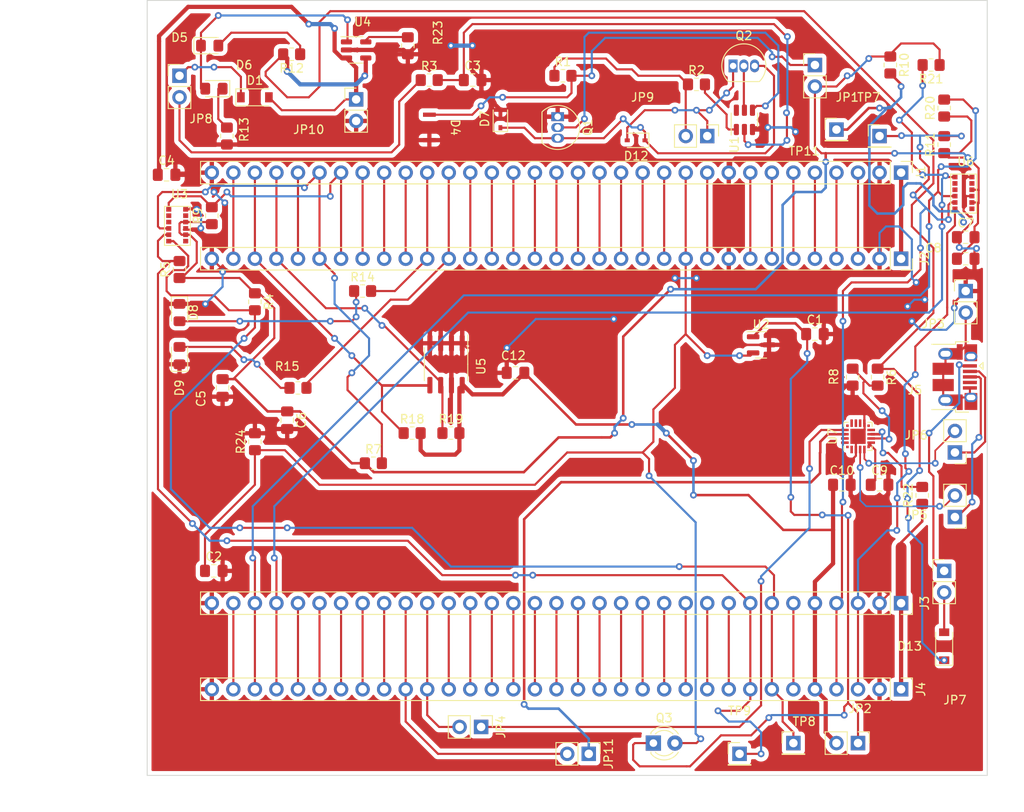
<source format=kicad_pcb>
(kicad_pcb (version 20211014) (generator pcbnew)
  (layers (0 "F.Cu" signal) (31 "B.Cu" signal) (34 "B.Paste" user) (35 "F.Paste" user) (36 "B.SilkS" user "B.Silkscreen") (37 "F.SilkS" user "F.Silkscreen") (38 "B.Mask" user) (39 "F.Mask" user) (44 "Edge.Cuts" user))
  (net 0 "")
  (net 1 "+3V0")
  (net 2 "GND")
  (net 3 "/VBAT")
  (net 4 "/PC13")
  (net 5 "/PC14")
  (net 6 "/PC15")
  (net 7 "/PF0")
  (net 8 "/PF1")
  (net 9 "/NRST")
  (net 10 "/PC0")
  (net 11 "/PC1")
  (net 12 "/PC2")
  (net 13 "/PC3")
  (net 14 "/PA0")
  (net 15 "/PA1")
  (net 16 "/PA2")
  (net 17 "/PA3")
  (net 18 "/PF4")
  (net 19 "/PF5")
  (net 20 "/PA4")
  (net 21 "/PA5")
  (net 22 "/PA6")
  (net 23 "/PA7")
  (net 24 "/PC4")
  (net 25 "/PC5")
  (net 26 "/PB0")
  (net 27 "/PB1")
  (net 28 "/PB2")
  (net 29 "/PB10")
  (net 30 "/PB11")
  (net 31 "/PB12")
  (net 32 "+5V")
  (net 33 "/PB9")
  (net 34 "/PB8")
  (net 36 "/BOOT")
  (net 37 "/PB7")
  (net 38 "/PB6")
  (net 39 "/PB5")
  (net 40 "/PB4")
  (net 41 "/PB3")
  (net 42 "/PD2")
  (net 43 "/PC12")
  (net 44 "/PC11")
  (net 45 "/PC10")
  (net 46 "/PA15")
  (net 47 "/PA14")
  (net 48 "/PF7")
  (net 49 "/PF6")
  (net 50 "/PA13")
  (net 51 "/PA12")
  (net 52 "/PA11")
  (net 53 "/PA10")
  (net 54 "/PA9")
  (net 55 "/PA8")
  (net 56 "/PC9")
  (net 57 "/PC8")
  (net 58 "/PC7")
  (net 59 "/PC6")
  (net 60 "/PB15")
  (net 61 "/PB14")
  (net 62 "/PB13")
  (net 65 "Net-(C5-Pad1)")
  (net 71 "Net-(D8-Pad2)")
  (net 72 "Net-(D9-Pad2)")
  (net 73 "Net-(D6-Pad1)")
  (net 74 "Net-(D5-Pad2)")
  (net 75 "Net-(C3-Pad1)")
  (net 76 "Net-(R23-Pad1)")
  (net 77 "/Power/P-")
  (net 78 "Net-(U1-Pad1)")
  (net 79 "/Power/3.3VDD")
  (net 80 "+3V3")
  (net 81 "Net-(D12-Pad2)")
  (net 82 "Net-(Q2-Pad2)")
  (net 83 "Net-(D12-Pad1)")
  (net 84 "Net-(Q1-Pad2)")
  (net 85 "/Power/pin1")
  (net 86 "Net-(C1-Pad1)")
  (net 87 "/Power/USB_DP")
  (net 88 "/Power/USB_DN")
  (net 89 "Net-(JP8-Pad2)")
  (net 90 "Net-(D13-Pad2)")
  (net 91 "/Power/VoutPol")
  (net 92 "/Power/VoutBat")
  (net 93 "Net-(J5-Pad1)")
  (net 94 "Net-(J5-Pad2)")
  (net 95 "Net-(J5-Pad3)")
  (net 97 "Net-(J5-Pad5)")
  (net 98 "Net-(C9-Pad1)")
  (net 99 "/Power/Vbus")
  (net 100 "Net-(JP4-Pad1)")
  (net 101 "Net-(JP11-Pad1)")
  (net 102 "Net-(R6-Pad2)")
  (net 103 "Net-(R22-Pad2)")
  (footprint "Resistor_SMD:R_0805_2012Metric_Pad1.20x1.40mm_HandSolder" (layer "F.Cu") (at 162.052 110.744)
    (fp_text reference "R18")
    (fp_text value "1k")
  )
  (footprint "Capacitor_SMD:C_0805_2012Metric_Pad1.18x1.45mm_HandSolder" (layer "F.Cu") (at 227.33 90.17)
    (fp_text reference "C8")
    (fp_text value "4.7u")
  )
  (footprint "Resistor_SMD:R_0805_2012Metric_Pad1.20x1.40mm_HandSolder" (layer "F.Cu") (at 216.945 104.14 -90)
    (fp_text reference "R6")
    (fp_text value "22k")
  )
  (footprint "Resistor_SMD:R_0805_2012Metric_Pad1.20x1.40mm_HandSolder" (layer "F.Cu") (at 164.068 69.088)
    (fp_text reference "R3")
    (fp_text value "330")
  )
  (footprint "Resistor_SMD:R_0805_2012Metric_Pad1.20x1.40mm_HandSolder" (layer "F.Cu") (at 140.208 75.692 -90)
    (fp_text reference "R13")
    (fp_text value "470")
  )
  (footprint "Resistor_SMD:R_0805_2012Metric_Pad1.20x1.40mm_HandSolder" (layer "F.Cu") (at 143.51 95.25 -90)
    (fp_text reference "R4")
    (fp_text value "47k")
  )
  (footprint "Resistor_SMD:R_0805_2012Metric_Pad1.20x1.40mm_HandSolder" (layer "F.Cu") (at 166.624 110.744)
    (fp_text reference "R19")
    (fp_text value "1k")
  )
  (footprint "Connector_PinHeader_2.54mm:PinHeader_1x02_P2.54mm_Vertical" (layer "F.Cu") (at 170.185 145.415 -90)
    (fp_text reference "JP4")
    (fp_text value "Jumper_2_Bridged")
  )
  (footprint "Connector_PinHeader_2.54mm:PinHeader_1x01_P2.54mm_Vertical" (layer "F.Cu") (at 217.17 75.692)
    (fp_text reference "TP7")
    (fp_text value "TestPoint")
  )
  (footprint "Capacitor_SMD:C_0805_2012Metric_Pad1.18x1.45mm_HandSolder" (layer "F.Cu") (at 174.244 103.632 180)
    (fp_text reference "C12")
    (fp_text value "100n")
  )
  (footprint "Package_TO_SOT_SMD:SOT-23-5" (layer "F.Cu") (at 155.448 65.532)
    (fp_text reference "U4")
    (fp_text value "TP4054-23-5")
  )
  (footprint "Capacitor_SMD:C_0805_2012Metric_Pad1.18x1.45mm_HandSolder" (layer "F.Cu") (at 209.55 99.06)
    (fp_text reference "C1")
    (fp_text value "100n")
  )
  (footprint "Capacitor_SMD:C_0805_2012Metric_Pad1.18x1.45mm_HandSolder" (layer "F.Cu") (at 227.33 87.63)
    (fp_text reference "C7")
    (fp_text value "100n")
  )
  (footprint "VL6180:VL6180" (layer "F.Cu") (at 226.06 81.28)
    (fp_text reference "U6")
    (fp_text value "VL618V1NR-1")
  )
  (footprint "Connector_PinHeader_2.54mm:PinHeader_1x01_P2.54mm_Vertical" (layer "F.Cu") (at 212.09 74.93)
    (fp_text reference "TP11")
    (fp_text value "TestPoint")
  )
  (footprint "Capacitor_SMD:C_0805_2012Metric_Pad1.18x1.45mm_HandSolder" (layer "F.Cu") (at 212.725 116.84)
    (fp_text reference "C10")
    (fp_text value "0.1u")
  )
  (footprint "Resistor_SMD:R_0805_2012Metric_Pad1.20x1.40mm_HandSolder" (layer "F.Cu") (at 224.79 76.708 90)
    (fp_text reference "R11")
    (fp_text value "47k")
  )
  (footprint "Connector_PinHeader_2.54mm:PinHeader_1x02_P2.54mm_Vertical" (layer "F.Cu") (at 182.88 148.59 -90)
    (fp_text reference "JP11")
    (fp_text value "Jumper_2_Bridged")
  )
  (footprint "Connector_PinHeader_2.54mm:PinHeader_1x01_P2.54mm_Vertical" (layer "F.Cu") (at 200.66 148.59)
    (fp_text reference "TP9")
    (fp_text value "TestPoint")
  )
  (footprint "Resistor_SMD:R_0805_2012Metric_Pad1.20x1.40mm_HandSolder" (layer "F.Cu") (at 147.844 66.04 180)
    (fp_text reference "R12")
    (fp_text value "470")
  )
  (footprint "Resistor_SMD:R_0805_2012Metric_Pad1.20x1.40mm_HandSolder" (layer "F.Cu") (at 213.995 104.14 -90)
    (fp_text reference "R8")
    (fp_text value "47k")
  )
  (footprint "Resistor_SMD:R_0805_2012Metric_Pad1.20x1.40mm_HandSolder" (layer "F.Cu") (at 157.48 114.3)
    (fp_text reference "R7")
    (fp_text value "47k")
  )
  (footprint "Connector_PinHeader_2.54mm:PinHeader_1x02_P2.54mm_Vertical" (layer "F.Cu") (at 196.855 75.692 -90)
    (fp_text reference "JP9")
    (fp_text value "Jumper_2_Bridged")
  )
  (footprint "LED_SMD:LED_0805_2012Metric_Pad1.15x1.40mm_HandSolder" (layer "F.Cu") (at 134.62 96.52 -90)
    (fp_text reference "D8")
    (fp_text value "LED")
  )
  (footprint "LED_SMD:LED_0805_2012Metric_Pad1.15x1.40mm_HandSolder" (layer "F.Cu") (at 138.684 70.104 180)
    (fp_text reference "D6")
    (fp_text value "LED")
  )
  (footprint "VL6180:VL6180" (layer "F.Cu") (at 133.35 85.09)
    (fp_text reference "U3")
    (fp_text value "VL618V1NR-1")
  )
  (footprint "Connector_PinHeader_2.54mm:PinHeader_1x01_P2.54mm_Vertical" (layer "F.Cu") (at 207.01 147.32)
    (fp_text reference "TP8")
    (fp_text value "TestPoint")
  )
  (footprint "Connector_PinSocket_2.54mm:PinSocket_1x33_P2.54mm_Vertical" (layer "F.Cu") (at 219.71 90.17 -90)
    (fp_text reference "J2")
    (fp_text value "Conn_01x33_Female")
  )
  (footprint "Resistor_SMD:R_0805_2012Metric_Pad1.20x1.40mm_HandSolder" (layer "F.Cu") (at 134.62 91.44 90)
    (fp_text reference "R5")
    (fp_text value "47k")
  )
  (footprint "Connector_PinHeader_2.54mm:PinHeader_1x02_P2.54mm_Vertical" (layer "F.Cu") (at 214.63 147.32 -90)
    (fp_text reference "JP2")
    (fp_text value "Jumper_2_Bridged")
  )
  (footprint "Connector_PinHeader_2.54mm:PinHeader_1x02_P2.54mm_Vertical" (layer "F.Cu") (at 226.06 120.65 180)
    (fp_text reference "JP5")
    (fp_text value "Jumper_2_Bridged")
  )
  (footprint "Resistor_SMD:R_0805_2012Metric_Pad1.20x1.40mm_HandSolder" (layer "F.Cu") (at 222.1992 118.094 90)
    (fp_text reference "R22")
    (fp_text value "1k")
  )
  (footprint "Capacitor_SMD:C_0805_2012Metric_Pad1.18x1.45mm_HandSolder" (layer "F.Cu") (at 147.32 109.22 -90)
    (fp_text reference "C6")
    (fp_text value "4.7u")
  )
  (footprint "Resistor_SMD:R_0805_2012Metric_Pad1.20x1.40mm_HandSolder" (layer "F.Cu") (at 179.832 68.58)
    (fp_text reference "R1")
    (fp_text value "10k")
  )
  (footprint "Resistor_SMD:R_0805_2012Metric_Pad1.20x1.40mm_HandSolder" (layer "F.Cu") (at 195.58 69.596)
    (fp_text reference "R2")
    (fp_text value "2.7k")
  )
  (footprint "Resistor_SMD:R_0805_2012Metric_Pad1.20x1.40mm_HandSolder" (layer "F.Cu") (at 138.43 85.09 90)
    (fp_text reference "R9")
    (fp_text value "47k")
  )
  (footprint "Resistor_SMD:R_0805_2012Metric_Pad1.20x1.40mm_HandSolder" (layer "F.Cu") (at 143.51 111.76 90)
    (fp_text reference "R24")
    (fp_text value "1k")
  )
  (footprint "Connector_USB:USB_Micro-B_Amphenol_10103594-0001LF_Horizontal" (layer "F.Cu") (at 226.06 104.14 -90)
    (fp_text reference "J5")
    (fp_text value "USB_B_Micro")
  )
  (footprint "Resistor_SMD:R_0805_2012Metric_Pad1.20x1.40mm_HandSolder" (layer "F.Cu") (at 148.59 105.41)
    (fp_text reference "R15")
    (fp_text value "1k")
  )
  (footprint "Connector_PinHeader_2.54mm:PinHeader_1x33_P2.54mm_Vertical" (layer "F.Cu") (at 219.71 80.01 -90)
    (fp_text reference "J1")
    (fp_text value "Conn_01x33_Female")
  )
  (footprint "Resistor_SMD:R_0805_2012Metric_Pad1.20x1.40mm_HandSolder" (layer "F.Cu") (at 224.79 72.39 90)
    (fp_text reference "R20")
    (fp_text value "47k")
  )
  (footprint "Package_TO_SOT_THT:TO-92_Inline" (layer "F.Cu") (at 179.213 73.406 -90)
    (fp_text reference "Q1")
    (fp_text value "2N7000")
  )
  (footprint "Connector_PinHeader_2.54mm:PinHeader_1x02_P2.54mm_Vertical" (layer "F.Cu") (at 224.79 127)
    (fp_text reference "JP7")
    (fp_text value "Jumper_2_Bridged")
  )
  (footprint "Resistor_SMD:R_0805_2012Metric_Pad1.20x1.40mm_HandSolder" (layer "F.Cu") (at 161.544 65.04 -90)
    (fp_text reference "R23")
    (fp_text value "2.2k")
  )
  (footprint "Connector_PinHeader_2.54mm:PinHeader_1x02_P2.54mm_Vertical" (layer "F.Cu") (at 226.06 113.03 180)
    (fp_text reference "JP6")
    (fp_text value "Jumper_2_Bridged")
  )
  (footprint "LED_SMD:LED_0805_2012Metric_Pad1.15x1.40mm_HandSolder" (layer "F.Cu") (at 138.176 65.024)
    (fp_text reference "D5")
    (fp_text value "LED")
  )
  (footprint "Package_DFN_QFN:SiliconLabs_QFN-20-1EP_3x3mm_P0.5mm_EP1.8x1.8mm" (layer "F.Cu") (at 214.63 111.125 90)
    (fp_text reference "U7")
    (fp_text value "CP2102N-Axx-xQFN20")
  )
  (footprint "Resistor_SMD:R_0805_2012Metric_Pad1.20x1.40mm_HandSolder" (layer "F.Cu") (at 223.25 67.31 180)
    (fp_text reference "R21")
    (fp_text value "47k")
  )
  (footprint "Package_TO_SOT_SMD:SOT-23-6" (layer "F.Cu") (at 201.234 73.7815 90)
    (fp_text reference "U1")
    (fp_text value "AP9101CK")
  )
  (footprint "LED_THT:LED_D3.0mm_Clear" (layer "F.Cu") (at 190.5 147.32)
    (fp_text reference "Q3")
    (fp_text value "TEPT4400")
  )
  (footprint "3088FootprintLibrary:ZMM3V3-M" (layer "F.Cu") (at 164.084 74.676 -90)
    (fp_text reference "D4")
    (fp_text value "D_Zener")
  )
  (footprint "Package_TO_SOT_THT:TO-92_Inline" (layer "F.Cu") (at 199.898 67.416)
    (fp_text reference "Q2")
    (fp_text value "2N7000")
  )
  (footprint "Diode_SMD:D_SOD-123" (layer "F.Cu") (at 224.79 135.89 90)
    (fp_text reference "D13")
    (fp_text value "D_Schottky")
  )
  (footprint "Connector_PinHeader_2.54mm:PinHeader_1x33_P2.54mm_Vertical" (layer "F.Cu") (at 219.71 140.97 -90)
    (fp_text reference "J4")
    (fp_text value "Conn_01x33_Female")
  )
  (footprint "Resistor_SMD:R_0805_2012Metric_Pad1.20x1.40mm_HandSolder" (layer "F.Cu") (at 156.21 93.98)
    (fp_text reference "R14")
    (fp_text value "1k")
  )
  (footprint "Capacitor_SMD:C_0805_2012Metric_Pad1.18x1.45mm_HandSolder" (layer "F.Cu") (at 133.096 80.264)
    (fp_text reference "C4")
    (fp_text value "10n")
  )
  (footprint "Connector_PinHeader_2.54mm:PinHeader_1x02_P2.54mm_Vertical" (layer "F.Cu") (at 209.55 67.31)
    (fp_text reference "JP1")
    (fp_text value "Jumper_2_Bridged")
  )
  (footprint "Connector_PinHeader_2.54mm:PinHeader_1x02_P2.54mm_Vertical" (layer "F.Cu") (at 134.62 68.58)
    (fp_text reference "JP8")
    (fp_text value "Jumper_2_Bridged")
  )
  (footprint "Diode_SMD:D_SOD-123" (layer "F.Cu") (at 143.51 71.12)
    (fp_text reference "D1")
    (fp_text value "D_Schottky")
  )
  (footprint "Connector_PinHeader_2.54mm:PinHeader_1x02_P2.54mm_Vertical" (layer "F.Cu") (at 227.33 93.98)
    (fp_text reference "JP3")
    (fp_text value "Jumper_2_Bridged")
  )
  (footprint "Connector_PinSocket_2.54mm:PinSocket_1x33_P2.54mm_Vertical" (layer "F.Cu") (at 219.71 130.81 -90)
    (fp_text reference "J3")
    (fp_text value "Conn_01x33_Female")
  )
  (footprint "Resistor_SMD:R_0805_2012Metric_Pad1.20x1.40mm_HandSolder" (layer "F.Cu") (at 218.44 67.31 -90)
    (fp_text reference "R10")
    (fp_text value "47k")
  )
  (footprint "Diode_SMD:D_SOD-323" (layer "F.Cu") (at 188.468 76.2 180)
    (fp_text reference "D12")
    (fp_text value "1N4001")
  )
  (footprint "Capacitor_SMD:C_0805_2012Metric_Pad1.18x1.45mm_HandSolder" (layer "F.Cu") (at 138.6625 127)
    (fp_text reference "C2")
    (fp_text value "100n")
  )
  (footprint "LED_SMD:LED_0805_2012Metric_Pad1.15x1.40mm_HandSolder" (layer "F.Cu") (at 134.62 101.6 90)
    (fp_text reference "D9")
    (fp_text value "LED")
  )
  (footprint "Capacitor_SMD:C_0805_2012Metric_Pad1.18x1.45mm_HandSolder" (layer "F.Cu") (at 169.1855 69.088)
    (fp_text reference "C3")
    (fp_text value "100n")
  )
  (footprint "Package_SO:SOIC-8_3.9x4.9mm_P1.27mm" (layer "F.Cu") (at 166.051 102.616 -90)
    (fp_text reference "U5")
    (fp_text value "CAT24C256")
  )
  (footprint "Capacitor_SMD:C_0805_2012Metric_Pad1.18x1.45mm_HandSolder" (layer "F.Cu") (at 217.17 116.84)
    (fp_text reference "C9")
    (fp_text value "4.7u")
  )
  (footprint "Connector_PinHeader_2.54mm:PinHeader_1x02_P2.54mm_Vertical" (layer "F.Cu") (at 155.448 71.369)
    (fp_text reference "JP10")
    (fp_text value "Jumper_2_Bridged")
  )
  (footprint "Package_TO_SOT_SMD:SOT-23" (layer "F.Cu") (at 203.2 100.33)
    (fp_text reference "U2")
    (fp_text value "MCP9700AT-ETT")
  )
  (footprint "Diode_SMD:D_SOD-323" (layer "F.Cu") (at 172.461 73.66 90)
    (fp_text reference "D7")
    (fp_text value "1N4001")
  )
  (footprint "Capacitor_SMD:C_0805_2012Metric_Pad1.18x1.45mm_HandSolder" (layer "F.Cu") (at 139.7 105.41 -90)
    (fp_text reference "C5")
    (fp_text value "100n")
  )
  (gr_line (start 229.87 151.13) (end 229.87 59.69) (layer "Edge.Cuts") (width 0.1))
  (gr_line (start 130.81 59.69) (end 130.81 151.13) (layer "Edge.Cuts") (width 0.1))
  (gr_line (start 130.81 151.13) (end 229.87 151.13) (layer "Edge.Cuts") (width 0.1))
  (gr_line (start 229.87 59.69) (end 130.81 59.69) (layer "Edge.Cuts") (width 0.1))
  (segment (start 219.71 90.17) (end 219.71 80.01) (width 0.5) (layer "F.Cu") (net 1))
  (segment (start 207.772 77.216) (end 207.772 75.692) (width 0.3) (layer "F.Cu") (net 2))
  (segment (start 165.416 98.49) (end 166.3192 97.5868) (width 0.5) (layer "F.Cu") (net 2))
  (segment (start 199.644 78.74) (end 200.152 78.232) (width 0.3) (layer "F.Cu") (net 2))
  (segment (start 167.8432 102.1588) (end 167.956 102.046) (width 0.5) (layer "F.Cu") (net 2))
  (segment (start 226.568 87.9055) (end 226.2925 87.63) (width 0.25) (layer "F.Cu") (net 2))
  (segment (start 215.392 108.5088) (end 215.38 108.5208) (width 0.25) (layer "F.Cu") (net 2))
  (segment (start 199.39 92.71) (end 199.39 101.854) (width 0.25) (layer "F.Cu") (net 2))
  (segment (start 193.04 92.456) (end 190.6524 92.456) (width 0.25) (layer "F.Cu") (net 2))
  (segment (start 213.7625 117.8521) (end 214.2236 118.3132) (width 0.25) (layer "F.Cu") (net 2))
  (segment (start 161.544 66.04) (end 162.56 65.024) (width 0.5) (layer "F.Cu") (net 2))
  (segment (start 166.686 105.091) (end 166.6748 105.0798) (width 0.5) (layer "F.Cu") (net 2))
  (segment (start 217.17 130.81) (end 217.17 140.97) (width 0.25) (layer "F.Cu") (net 2))
  (segment (start 200.152 78.232) (end 206.756 78.232) (width 0.3) (layer "F.Cu") (net 2))
  (segment (start 215.405489 110.349511) (end 215.405489 109.600489) (width 0.25) (layer "F.Cu") (net 2))
  (segment (start 167.956 102.046) (end 167.956 100.141) (width 0.5) (layer "F.Cu") (net 2))
  (segment (start 199.644 79.756) (end 199.644 78.74) (width 0.3) (layer "F.Cu") (net 2))
  (segment (start 214.2236 118.3132) (end 217.5764 118.3132) (width 0.25) (layer "F.Cu") (net 2))
  (segment (start 190.6524 92.456) (end 185.8264 97.282) (width 0.25) (layer "F.Cu") (net 2))
  (segment (start 164.146 98.6932) (end 165.2524 97.5868) (width 0.5) (layer "F.Cu") (net 2))
  (segment (start 161.036 65.532) (end 161.544 66.04) (width 0.5) (layer "F.Cu") (net 2))
  (segment (start 162.56 65.024) (end 166.624 65.024) (width 0.5) (layer "F.Cu") (net 2))
  (segment (start 173.228 103.6105) (end 173.2065 103.632) (width 0.25) (layer "F.Cu") (net 2))
  (segment (start 136.144 86.868) (end 136.016489 86.740489) (width 0.25) (layer "F.Cu") (net 2))
  (segment (start 226.322614 87.63) (end 228.092 85.860614) (width 0.25) (layer "F.Cu") (net 2))
  (segment (start 218.2075 129.7725) (end 218.2075 116.84) (width 0.25) (layer "F.Cu") (net 2))
  (segment (start 134.62 95.495) (end 137.659 95.495) (width 0.25) (layer "F.Cu") (net 2))
  (segment (start 199.39 101.854) (end 204.216 106.68) (width 0.25) (layer "F.Cu") (net 2))
  (segment (start 137.659 95.495) (end 137.668 95.504) (width 0.25) (layer "F.Cu") (net 2))
  (segment (start 174.718 72.61) (end 172.461 72.61) (width 0.5) (layer "F.Cu") (net 2))
  (segment (start 207.772 75.692) (end 207.264 75.184) (width 0.3) (layer "F.Cu") (net 2))
  (segment (start 218.2075 117.6821) (end 218.2075 116.84) (width 0.25) (layer "F.Cu") (net 2))
  (segment (start 134.3875 80.01) (end 138.43 80.01) (width 0.25) (layer "F.Cu") (net 2))
  (segment (start 228.092 85.536022) (end 227.076 84.520022) (width 0.25) (layer "F.Cu") (net 2))
  (segment (start 167.7924 102.1588) (end 167.8432 102.1588) (width 0.5) (layer "F.Cu") (net 2))
  (segment (start 221.492299 92.968299) (end 221.492299 93.984299) (width 0.25) (layer "F.Cu") (net 2))
  (segment (start 227.3568 82.78) (end 228.06 82.78) (width 0.25) (layer "F.Cu") (net 2))
  (segment (start 227.3568 83.9456) (end 227.3568 82.78) (width 0.25) (layer "F.Cu") (net 2))
  (segment (start 225.98417 95.981668) (end 225.98417 95.32583) (width 0.25) (layer "F.Cu") (net 2))
  (segment (start 215.405489 109.600489) (end 215.38 109.575) (width 0.25) (layer "F.Cu") (net 2))
  (segment (start 199.39 92.71) (end 195.834 92.71) (width 0.25) (layer "F.Cu") (net 2))
  (segment (start 214.63 111.125) (end 215.405489 110.349511) (width 0.25) (layer "F.Cu") (net 2))
  (segment (start 228.06 80.53) (end 227.51 80.53) (width 0.25) (layer "F.Cu") (net 2))
  (segment (start 227.076 84.520022) (end 227.076 84.2264) (width 0.25) (layer "F.Cu") (net 2))
  (segment (start 134.1335 80.264) (end 134.3875 80.01) (width 0.25) (layer "F.Cu") (net 2))
  (segment (start 220.472 97.028) (end 220.98 97.536) (width 0.25) (layer "F.Cu") (net 2))
  (segment (start 166.6748 105.0798) (end 166.6748 103.2764) (width 0.5) (layer "F.Cu") (net 2))
  (segment (start 199.39 80.01) (end 199.644 79.756) (width 0.25) (layer "F.Cu") (net 2))
  (segment (start 227.51 80.53) (end 227.2284 80.8116) (width 0.25) (layer "F.Cu") (net 2))
  (segment (start 169.164 68.029) (end 170.223 69.088) (width 0.5) (layer "F.Cu") (net 2))
  (segment (start 173.228 100.6856) (end 173.228 103.6105) (width 0.25) (layer "F.Cu") (net 2))
  (segment (start 166.6748 103.2764) (end 167.7924 102.1588) (width 0.5) (layer "F.Cu") (net 2))
  (segment (start 214.38 113.424022) (end 214.38 112.675) (width 0.25) (layer "F.Cu") (net 2))
  (segment (start 225.98417 95.32583) (end 227.33 93.98) (width 0.25) (layer "F.Cu") (net 2))
  (segment (start 228.3675 90.17) (end 228.3675 89.187) (width 0.25) (layer "F.Cu") (net 2))
  (segment (start 220.472 95.7955) (end 220.472 97.028) (width 0.25) (layer "F.Cu") (net 2))
  (segment (start 138.43 82.042) (end 138.688299 82.300299) (width 0.25) (layer "F.Cu") (net 2))
  (segment (start 166.686 100.141) (end 166.686 99.0996) (width 0.5) (layer "F.Cu") (net 2))
  (segment (start 137.1305 86.5645) (end 136.827 86.868) (width 0.25) (layer "F.Cu") (net 2))
  (segment (start 169.164 65.024) (end 169.164 68.029) (width 0.5) (layer "F.Cu") (net 2))
  (segment (start 211.836 106.68) (end 213.5632 106.68) (width 0.25) (layer "F.Cu") (net 2))
  (segment (start 167.956 98.5632) (end 167.956 100.141) (width 0.5) (layer "F.Cu") (net 2))
  (segment (start 136.016489 86.740489) (end 135.128 86.740489) (width 0.25) (layer "F.Cu") (net 2))
  (segment (start 170.223 69.088) (end 170.223 70.372) (width 0.5) (layer "F.Cu") (net 2))
  (segment (start 202.427 74.676) (end 202.184 74.919) (width 0.25) (layer "F.Cu") (net 2))
  (segment (start 213.5632 106.68) (end 215.392 108.5088) (width 0.25) (layer "F.Cu") (net 2))
  (segment (start 170.223 70.372) (end 172.461 72.61) (width 0.5) (layer "F.Cu") (net 2))
  (segment (start 213.376 105.14) (end 211.836 106.68) (width 0.3) (layer "F.Cu") (net 2))
  (segment (start 213.7625 116.84) (end 213.7625 117.8521) (width 0.25) (layer "F.Cu") (net 2))
  (segment (start 217.5764 118.3132) (end 218.2075 117.6821) (width 0.25) (layer "F.Cu") (net 2))
  (segment (start 227.2284 82.6516) (end 227.3568 82.78) (width 0.25) (layer "F.Cu") (net 2))
  (segment (start 135.35 84.34) (end 136.64 84.34) (width 0.25) (layer "F.Cu") (net 2))
  (segment (start 215.38 108.5208) (end 215.38 109.575) (width 0.25) (layer "F.Cu") (net 2))
  (segment (start 154.3105 65.532) (end 161.036 65.532) (width 0.5) (layer "F.Cu") (net 2))
  (segment (start 179.213 73.406) (end 175.514 73.406) (width 0.5) (layer "F.Cu") (net 2))
  (segment (start 173.228 100.6856) (end 168.5006 100.6856) (width 0.25) (layer "F.Cu") (net 2))
  (segment (start 228.3675 89.187) (end 228.6 88.9545) (width 0.25) (layer "F.Cu") (net 2))
  (segment (start 166.9796 97.5868) (end 167.513 98.1202) (width 0.5) (layer "F.Cu") (net 2))
  (segment (start 168.5006 100.6856) (end 167.956 100.141) (width 0.25) (layer "F.Cu") (net 2))
  (segment (start 199.39 90.17) (end 199.39 92.71) (width 0.25) (layer "F.Cu") (net 2))
  (segment (start 175.514 73.406) (end 174.718 72.61) (width 0.5) (layer "F.Cu") (net 2))
  (segment (start 164.146 100.141) (end 164.146 98.6932) (width 0.5) (layer "F.Cu") (net 2))
  (segment (start 199.39 90.17) (end 199.39 80.01) (width 0.25) (layer "F.Cu") (net 2))
  (segment (start 165.416 100.141) (end 165.416 98.49) (width 0.5) (layer "F.Cu") (net 2))
  (segment (start 167.513 98.2726) (end 167.513 98.1202) (width 0.5) (layer "F.Cu") (net 2))
  (segment (start 138.43 80.01) (end 138.43 82.042) (width 0.25) (layer "F.Cu") (net 2))
  (segment (start 213.995 105.14) (end 213.376 105.14) (width 0.3) (layer "F.Cu") (net 2))
  (segment (start 206.756 78.232) (end 207.772 77.216) (width 0.3) (layer "F.Cu") (net 2))
  (segment (start 136.64 84.34) (end 136.652 84.328) (width 0.25) (layer "F.Cu") (net 2))
  (segment (start 217.17 130.81) (end 218.2075 129.7725) (width 0.25) (layer "F.Cu") (net 2))
  (segment (start 221.492299 93.984299) (end 222.508299 95.000299) (width 0.25) (layer "F.Cu") (net 2))
  (segment (start 204.216 106.68) (end 211.836 106.68) (width 0.25) (layer "F.Cu") (net 2))
  (segment (start 167.513 98.1202) (end 167.956 98.5632) (width 0.5) (layer "F.Cu") (net 2))
  (segment (start 214.63 111.125) (end 214.38 111.375) (width 0.25) (layer "F.Cu") (net 2))
  (segment (start 226.568 88.8455) (end 226.568 87.9055) (width 0.25) (layer "F.Cu") (net 2))
  (segment (start 228.092 85.860614) (end 228.092 85.536022) (width 0.25) (layer "F.Cu") (net 2))
  (segment (start 166.3192 97.5868) (end 166.9796 97.5868) (width 0.5) (layer "F.Cu") (net 2))
  (segment (start 217.17 90.17) (end 217.17 80.01) (width 0.25) (layer "F.Cu") (net 2))
  (segment (start 136.827 86.868) (end 136.144 86.868) (width 0.25) (layer "F.Cu") (net 2))
  (segment (start 227.2284 80.8116) (end 227.2284 82.6516) (width 0.25) (layer "F.Cu") (net 2))
  (segment (start 227.076 84.2264) (end 227.3568 83.9456) (width 0.25) (layer "F.Cu") (net 2))
  (segment (start 214.38 111.375) (end 214.38 112.675) (width 0.25) (layer "F.Cu") (net 2))
  (segment (start 213.7625 114.041522) (end 214.38 113.424022) (width 0.25) (layer "F.Cu") (net 2))
  (segment (start 226.2925 87.63) (end 226.322614 87.63) (width 0.25) (layer "F.Cu") (net 2))
  (segment (start 203.9995 74.676) (end 202.427 74.676) (width 0.3) (layer "F.Cu") (net 2))
  (segment (start 195.834 92.71) (end 195.58 92.456) (width 0.25) (layer "F.Cu") (net 2))
  (segment (start 139.7 91.44) (end 138.43 90.17) (width 0.25) (layer "F.Cu") (net 2))
  (segment (start 213.7625 116.84) (end 213.7625 114.041522) (width 0.25) (layer "F.Cu") (net 2))
  (segment (start 165.2524 97.5868) (end 166.3192 97.5868) (width 0.5) (layer "F.Cu") (net 2))
  (segment (start 139.7 91.7155) (end 139.7 91.44) (width 0.25) (layer "F.Cu") (net 2))
  (segment (start 166.686 99.0996) (end 167.513 98.2726) (width 0.5) (layer "F.Cu") (net 2))
  (via (at 166.624 65.024) (size 0.8) (drill 0.4) (layers "F.Cu" "B.Cu") (net 2))
  (via (at 222.508299 95.000299) (size 0.8) (drill 0.4) (layers "F.Cu" "B.Cu") (net 2))
  (via (at 139.7 91.7155) (size 0.8) (drill 0.4) (layers "F.Cu" "B.Cu") (net 2))
  (via (at 137.668 95.504) (size 0.8) (drill 0.4) (layers "F.Cu" "B.Cu") (net 2))
  (via (at 220.472 95.7955) (size 0.8) (drill 0.4) (layers "F.Cu" "B.Cu") (net 2))
  (via (at 173.228 100.6856) (size 0.8) (drill 0.4) (layers "F.Cu" "B.Cu") (net 2))
  (via (at 220.98 97.536) (size 0.8) (drill 0.4) (layers "F.Cu" "B.Cu") (net 2))
  (via (at 207.264 75.184) (size 0.8) (drill 0.4) (layers "F.Cu" "B.Cu") (net 2))
  (via (at 193.04 92.456) (size 0.8) (drill 0.4) (layers "F.Cu" "B.Cu") (net 2))
  (via (at 228.6 88.9545) (size 0.8) (drill 0.4) (layers "F.Cu" "B.Cu") (net 2))
  (via (at 185.8264 97.282) (size 0.8) (drill 0.4) (layers "F.Cu" "B.Cu") (net 2))
  (via (at 139.958299 83.570299) (size 0.8) (drill 0.4) (layers "F.Cu" "B.Cu") (net 2))
  (via (at 226.568 88.8455) (size 0.8) (drill 0.4) (layers "F.Cu" "B.Cu") (net 2))
  (via (at 169.164 65.024) (size 0.8) (drill 0.4) (layers "F.Cu" "B.Cu") (net 2))
  (via (at 225.98417 95.981668) (size 0.8) (drill 0.4) (layers "F.Cu" "B.Cu") (net 2))
  (via (at 138.688299 82.300299) (size 0.8) (drill 0.4) (layers "F.Cu" "B.Cu") (net 2))
  (via (at 221.492299 92.968299) (size 0.8) (drill 0.4) (layers "F.Cu" "B.Cu") (net 2))
  (via (at 195.58 92.456) (size 0.8) (drill 0.4) (layers "F.Cu" "B.Cu") (net 2))
  (via (at 137.1305 86.5645) (size 0.8) (drill 0.4) (layers "F.Cu" "B.Cu") (net 2))
  (via (at 136.652 84.328) (size 0.8) (drill 0.4) (layers "F.Cu" "B.Cu") (net 2))
  (via (at 203.9995 74.676) (size 0.8) (drill 0.4) (layers "F.Cu" "B.Cu") (net 2))
  (segment (start 221.267201 95.000299) (end 220.472 95.7955) (width 0.25) (layer "B.Cu") (net 2))
  (segment (start 226.677 88.9545) (end 226.568 88.8455) (width 0.25) (layer "B.Cu") (net 2))
  (segment (start 217.932 86.36) (end 219.456 86.36) (width 0.25) (layer "B.Cu") (net 2))
  (segment (start 217.17 87.122) (end 217.932 86.36) (width 0.25) (layer "B.Cu") (net 2))
  (segment (start 220.98 92.456) (end 221.492299 92.968299) (width 0.25) (layer "B.Cu") (net 2))
  (segment (start 137.16 85.344) (end 137.16 86.535) (width 0.25) (layer "B.Cu") (net 2))
  (segment (start 166.624 65.024) (end 169.164 65.024) (width 0.5) (layer "B.Cu") (net 2))
  (segment (start 206.756 74.676) (end 203.9995 74.676) (width 0.3) (layer "B.Cu") (net 2))
  (segment (start 225.044 98.552) (end 225.98417 97.61183) (width 0.25) (layer "B.Cu") (net 2))
  (segment (start 137.668 95.504) (end 139.7 93.472) (width 0.25) (layer "B.Cu") (net 2))
  (segment (start 176.6316 97.282) (end 173.228 100.6856) (width 0.25) (layer "B.Cu") (net 2))
  (segment (start 222.508299 95.000299) (end 221.267201 95.000299) (width 0.25) (layer "B.Cu") (net 2))
  (segment (start 195.58 92.456) (end 193.04 92.456) (width 0.25) (layer "B.Cu") (net 2))
  (segment (start 220.98 87.884) (end 220.98 90.424) (width 0.25) (layer "B.Cu") (net 2))
  (segment (start 137.16 86.535) (end 137.1305 86.5645) (width 0.25) (layer "B.Cu") (net 2))
  (segment (start 220.98 90.424) (end 220.98 92.456) (width 0.25) (layer "B.Cu") (net 2))
  (segment (start 225.98417 97.61183) (end 225.98417 95.981668) (width 0.25) (layer "B.Cu") (net 2))
  (segment (start 220.98 97.536) (end 221.996 98.552) (width 0.25) (layer "B.Cu") (net 2))
  (segment (start 136.652 84.328) (end 137.16 84.836) (width 0.25) (layer "B.Cu") (net 2))
  (segment (start 137.16 84.836) (end 137.16 85.344) (width 0.25) (layer "B.Cu") (net 2))
  (segment (start 185.8264 97.282) (end 176.6316 97.282) (width 0.25) (layer "B.Cu") (net 2))
  (segment (start 217.17 90.17) (end 217.17 87.122) (width 0.25) (layer "B.Cu") (net 2))
  (segment (start 221.996 98.552) (end 225.044 98.552) (width 0.25) (layer "B.Cu") (net 2))
  (segment (start 219.456 86.36) (end 220.98 87.884) (width 0.25) (layer "B.Cu") (net 2))
  (segment (start 207.264 75.184) (end 206.756 74.676) (width 0.3) (layer "B.Cu") (net 2))
  (segment (start 228.6 88.9545) (end 226.677 88.9545) (width 0.25) (layer "B.Cu") (net 2))
  (segment (start 139.7 93.472) (end 139.7 91.7155) (width 0.25) (layer "B.Cu") (net 2))
  (segment (start 138.688299 82.300299) (end 139.958299 83.570299) (width 0.25) (layer "B.Cu") (net 2))
  (segment (start 214.63 80.01) (end 214.63 90.17) (width 0.25) (layer "F.Cu") (net 3))
  (segment (start 212.09 90.17) (end 212.09 80.01) (width 0.25) (layer "F.Cu") (net 4))
  (segment (start 209.55 80.01) (end 209.55 90.17) (width 0.25) (layer "F.Cu") (net 5))
  (segment (start 207.01 90.17) (end 207.01 80.01) (width 0.25) (layer "F.Cu") (net 6))
  (segment (start 204.47 90.17) (end 204.47 80.01) (width 0.25) (layer "F.Cu") (net 7))
  (segment (start 201.93 90.17) (end 201.93 80.01) (width 0.25) (layer "F.Cu") (net 8))
  (segment (start 196.85 90.17) (end 196.85 80.01) (width 0.25) (layer "F.Cu") (net 9))
  (segment (start 193.04 105.41) (end 193.04 100.33) (width 0.25) (layer "F.Cu") (net 10))
  (segment (start 201.9425 101.6) (end 202.2625 101.28) (width 0.25) (layer "F.Cu") (net 10))
  (segment (start 189.992 115.7857) (end 189.992 113.792) (width 0.25) (layer "F.Cu") (net 10))
  (segment (start 194.31 99.06) (end 196.85 101.6) (width 0.25) (layer "F.Cu") (net 10))
  (segment (start 143.51 116.84) (end 143.51 112.76) (width 0.25) (layer "F.Cu") (net 10))
  (segment (start 190.5 111.76) (end 190.5 107.95) (width 0.25) (layer "F.Cu") (net 10))
  (segment (start 137.625 122.725) (end 143.51 116.84) (width 0.25) (layer "F.Cu") (net 10))
  (segment (start 137.625 127) (end 137.625 122.725) (width 0.25) (layer "F.Cu") (net 10))
  (segment (start 194.31 90.17) (end 194.31 80.01) (width 0.25) (layer "F.Cu") (net 10))
  (segment (start 200.66 101.6) (end 201.9425 101.6) (width 0.25) (layer "F.Cu") (net 10))
  (segment (start 180.34 113.03) (end 189.23 113.03) (width 0.25) (layer "F.Cu") (net 10))
  (segment (start 189.992 113.792) (end 189.23 113.03) (width 0.25) (layer "F.Cu") (net 10))
  (segment (start 193.04 100.33) (end 194.31 99.06) (width 0.25) (layer "F.Cu") (net 10))
  (segment (start 193.04 147.32) (end 195.58 147.32) (width 0.25) (layer "F.Cu") (net 10))
  (segment (start 189.23 113.03) (end 190.5 111.76) (width 0.25) (layer "F.Cu") (net 10))
  (segment (start 194.31 90.17) (end 194.31 99.06) (width 0.25) (layer "F.Cu") (net 10))
  (segment (start 190.5 107.95) (end 193.04 105.41) (width 0.25) (layer "F.Cu") (net 10))
  (segment (start 176.53 116.84) (end 180.34 113.03) (width 0.25) (layer "F.Cu") (net 10))
  (segment (start 143.51 112.76) (end 147.05 112.76) (width 0.25) (layer "F.Cu") (net 10))
  (segment (start 147.05 112.76) (end 151.13 116.84) (width 0.25) (layer "F.Cu") (net 10))
  (segment (start 151.13 116.84) (end 176.53 116.84) (width 0.25) (layer "F.Cu") (net 10))
  (segment (start 195.58 147.32) (end 196.088 146.812) (width 0.25) (layer "F.Cu") (net 10))
  (via (at 200.66 101.6) (size 0.8) (drill 0.4) (layers "F.Cu" "B.Cu") (net 10))
  (via (at 189.992 115.7857) (size 0.8) (drill 0.4) (layers "F.Cu" "B.Cu") (net 10))
  (via (at 196.85 101.6) (size 0.8) (drill 0.4) (layers "F.Cu" "B.Cu") (net 10))
  (via (at 196.088 146.812) (size 0.8) (drill 0.4) (layers "F.Cu" "B.Cu") (net 10))
  (segment (start 195.484511 121.278211) (end 189.992 115.7857) (width 0.25) (layer "B.Cu") (net 10))
  (segment (start 195.484511 146.208511) (end 195.484511 121.278211) (width 0.25) (layer "B.Cu") (net 10))
  (segment (start 196.088 146.812) (end 195.484511 146.208511) (width 0.25) (layer "B.Cu") (net 10))
  (segment (start 196.85 101.6) (end 200.66 101.6) (width 0.25) (layer "B.Cu") (net 10))
  (segment (start 191.77 90.17) (end 191.77 80.01) (width 0.25) (layer "F.Cu") (net 11))
  (segment (start 189.23 90.17) (end 189.23 80.01) (width 0.25) (layer "F.Cu") (net 12))
  (segment (start 186.69 90.17) (end 186.69 80.01) (width 0.25) (layer "F.Cu") (net 13))
  (segment (start 184.15 90.17) (end 184.15 80.01) (width 0.25) (layer "F.Cu") (net 14))
  (segment (start 181.61 90.17) (end 181.61 80.01) (width 0.25) (layer "F.Cu") (net 15))
  (segment (start 179.07 90.17) (end 179.07 80.01) (width 0.25) (layer "F.Cu") (net 16))
  (segment (start 176.53 90.17) (end 176.53 80.01) (width 0.25) (layer "F.Cu") (net 17))
  (segment (start 173.99 80.01) (end 173.99 90.17) (width 0.25) (layer "F.Cu") (net 18))
  (segment (start 171.45 90.17) (end 171.45 80.01) (width 0.25) (layer "F.Cu") (net 19))
  (segment (start 168.91 80.01) (end 168.91 90.17) (width 0.25) (layer "F.Cu") (net 20))
  (segment (start 159.512 94.996) (end 161.544 94.996) (width 0.25) (layer "F.Cu") (net 21))
  (segment (start 149.59 105.41) (end 149.59 104.918) (width 0.25) (layer "F.Cu") (net 21))
  (segment (start 161.544 94.996) (end 166.37 90.17) (width 0.25) (layer "F.Cu") (net 21))
  (segment (start 149.59 104.918) (end 159.512 94.996) (width 0.25) (layer "F.Cu") (net 21))
  (segment (start 166.37 90.17) (end 166.37 80.01) (width 0.25) (layer "F.Cu") (net 21))
  (segment (start 163.83 90.17) (end 163.83 80.01) (width 0.25) (layer "F.Cu") (net 22))
  (segment (start 160.02 93.98) (end 163.83 90.17) (width 0.25) (layer "F.Cu") (net 22))
  (segment (start 157.21 93.98) (end 160.02 93.98) (width 0.25) (layer "F.Cu") (net 22))
  (segment (start 161.29 90.17) (end 161.29 80.01) (width 0.25) (layer "F.Cu") (net 23))
  (segment (start 158.75 90.17) (end 158.75 80.01) (width 0.25) (layer "F.Cu") (net 24))
  (segment (start 156.21 90.17) (end 156.21 80.01) (width 0.25) (layer "F.Cu") (net 25))
  (segment (start 153.67 90.17) (end 153.67 80.01) (width 0.25) (layer "F.Cu") (net 26))
  (segment (start 137.144 82.804) (end 138.43 84.09) (width 0.25) (layer "F.Cu") (net 26))
  (segment (start 138.43 84.074) (end 138.43 84.09) (width 0.25) (layer "F.Cu") (net 26))
  (segment (start 152.4 81.28) (end 152.4 82.804) (width 0.25) (layer "F.Cu") (net 26))
  (segment (start 140.208 82.296) (end 138.43 84.074) (width 0.25) (layer "F.Cu") (net 26))
  (segment (start 133.35 84.34) (end 133.35 83.566) (width 0.25) (layer "F.Cu") (net 26))
  (segment (start 153.67 80.01) (end 152.4 81.28) (width 0.25) (layer "F.Cu") (net 26))
  (segment (start 133.35 83.566) (end 134.112 82.804) (width 0.25) (layer "F.Cu") (net 26))
  (segment (start 134.112 82.804) (end 137.144 82.804) (width 0.25) (layer "F.Cu") (net 26))
  (via (at 152.4 82.804) (size 0.8) (drill 0.4) (layers "F.Cu" "B.Cu") (net 26))
  (via (at 140.208 82.296) (size 0.8) (drill 0.4) (layers "F.Cu" "B.Cu") (net 26))
  (segment (start 152.4 82.804) (end 140.716 82.804) (width 0.25) (layer "B.Cu") (net 26))
  (segment (start 140.716 82.804) (end 140.208 82.296) (width 0.25) (layer "B.Cu") (net 26))
  (segment (start 152.908 91.948) (end 151.13 90.17) (width 0.25) (layer "F.Cu") (net 27))
  (segment (start 149.352 81.788) (end 151.13 80.01) (width 0.25) (layer "F.Cu") (net 27))
  (segment (start 151.13 80.01) (end 151.13 90.17) (width 0.25) (layer "F.Cu") (net 27))
  (segment (start 132.588 82.296) (end 133.604 82.296) (width 0.25) (layer "F.Cu") (net 27))
  (segment (start 132.08 82.804) (end 132.588 82.296) (width 0.25) (layer "F.Cu") (net 27))
  (segment (start 158.48 114.3) (end 158.48 109.712) (width 0.25) (layer "F.Cu") (net 27))
  (segment (start 152.908 92.456) (end 152.908 91.948) (width 0.25) (layer "F.Cu") (net 27))
  (segment (start 132.31 86.59) (end 132.08 86.36) (width 0.25) (layer "F.Cu") (net 27))
  (segment (start 158.48 109.712) (end 154.432 105.664) (width 0.25) (layer "F.Cu") (net 27))
  (segment (start 133.35 86.59) (end 132.31 86.59) (width 0.25) (layer "F.Cu") (net 27))
  (segment (start 154.432 104.14) (end 154.94 103.632) (width 0.25) (layer "F.Cu") (net 27))
  (segment (start 132.08 86.36) (end 132.08 82.804) (width 0.25) (layer "F.Cu") (net 27))
  (segment (start 154.432 105.664) (end 154.432 104.14) (width 0.25) (layer "F.Cu") (net 27))
  (segment (start 133.604 82.296) (end 137.668 82.296) (width 0.25) (layer "F.Cu") (net 27))
  (via (at 149.352 81.788) (size 0.8) (drill 0.4) (layers "F.Cu" "B.Cu") (net 27))
  (via (at 137.668 82.296) (size 0.8) (drill 0.4) (layers "F.Cu" "B.Cu") (net 27))
  (via (at 154.94 103.632) (size 0.8) (drill 0.4) (layers "F.Cu" "B.Cu") (net 27))
  (via (at 152.908 92.456) (size 0.8) (drill 0.4) (layers "F.Cu" "B.Cu") (net 27))
  (segment (start 154.94 103.632) (end 156.972 101.6) (width 0.25) (layer "B.Cu") (net 27))
  (segment (start 138.392511 81.571489) (end 149.135489 81.571489) (width 0.25) (layer "B.Cu") (net 27))
  (segment (start 156.972 101.092) (end 156.972 99.568) (width 0.25) (layer "B.Cu") (net 27))
  (segment (start 137.668 82.296) (end 138.392511 81.571489) (width 0.25) (layer "B.Cu") (net 27))
  (segment (start 154.94 97.536) (end 152.908 95.504) (width 0.25) (layer "B.Cu") (net 27))
  (segment (start 152.908 95.504) (end 152.908 92.456) (width 0.25) (layer "B.Cu") (net 27))
  (segment (start 156.972 99.568) (end 154.94 97.536) (width 0.25) (layer "B.Cu") (net 27))
  (segment (start 149.135489 81.571489) (end 149.352 81.788) (width 0.25) (layer "B.Cu") (net 27))
  (segment (start 156.972 101.6) (end 156.972 101.092) (width 0.25) (layer "B.Cu") (net 27))
  (segment (start 148.59 90.17) (end 148.59 80.01) (width 0.25) (layer "F.Cu") (net 28))
  (segment (start 165.416 104.714928) (end 158.745072 98.044) (width 0.25) (layer "F.Cu") (net 29))
  (segment (start 165.624 105.299) (end 165.624 110.744) (width 0.25) (layer "F.Cu") (net 29))
  (segment (start 165.416 105.091) (end 165.416 104.714928) (width 0.25) (layer "F.Cu") (net 29))
  (segment (start 146.05 90.17) (end 146.05 80.01) (width 0.25) (layer "F.Cu") (net 29))
  (segment (start 158.745072 98.044) (end 158.496 98.044) (width 0.25) (layer "F.Cu") (net 29))
  (segment (start 156.464 96.012) (end 151.892 96.012) (width 0.25) (layer "F.Cu") (net 29))
  (segment (start 165.416 105.091) (end 165.624 105.299) (width 0.25) (layer "F.Cu") (net 29))
  (segment (start 151.892 96.012) (end 146.05 90.17) (width 0.25) (layer "F.Cu") (net 29))
  (via (at 158.496 98.044) (size 0.8) (drill 0.4) (layers "F.Cu" "B.Cu") (net 29))
  (via (at 156.464 96.012) (size 0.8) (drill 0.4) (layers "F.Cu" "B.Cu") (net 29))
  (segment (start 158.496 98.044) (end 156.464 96.012) (width 0.25) (layer "B.Cu") (net 29))
  (segment (start 158.496 108.188) (end 158.496 105.156) (width 0.25) (layer "F.Cu") (net 30))
  (segment (start 164.081 105.156) (end 164.146 105.091) (width 0.25) (layer "F.Cu") (net 30))
  (segment (start 143.51 90.17) (end 152.908 99.568) (width 0.25) (layer "F.Cu") (net 30))
  (segment (start 143.51 90.17) (end 143.51 80.01) (width 0.25) (layer "F.Cu") (net 30))
  (segment (start 158.431 105.091) (end 164.146 105.091) (width 0.25) (layer "F.Cu") (net 30))
  (segment (start 161.052 110.744) (end 158.496 108.188) (width 0.25) (layer "F.Cu") (net 30))
  (segment (start 154.94 101.6) (end 158.431 105.091) (width 0.25) (layer "F.Cu") (net 30))
  (segment (start 158.496 105.156) (end 164.081 105.156) (width 0.25) (layer "F.Cu") (net 30))
  (via (at 152.908 99.568) (size 0.8) (drill 0.4) (layers "F.Cu" "B.Cu") (net 30))
  (via (at 154.94 101.6) (size 0.8) (drill 0.4) (layers "F.Cu" "B.Cu") (net 30))
  (segment (start 152.908 99.568) (end 154.94 101.6) (width 0.25) (layer "B.Cu") (net 30))
  (segment (start 140.97 90.17) (end 140.97 80.01) (width 0.25) (layer "F.Cu") (net 31))
  (segment (start 219.71 124.2275) (end 219.71 130.81) (width 1.27) (layer "F.Cu") (net 32))
  (segment (start 219.71 123.6472) (end 222.1992 121.158) (width 0.3) (layer "F.Cu") (net 32))
  (segment (start 219.71 130.81) (end 219.71 140.97) (width 0.5) (layer "F.Cu") (net 32))
  (segment (start 219.71 124.2275) (end 219.71 123.6472) (width 0.3) (layer "F.Cu") (net 32))
  (segment (start 222.1992 121.158) (end 222.1992 119.094) (width 0.3) (layer "F.Cu") (net 32))
  (segment (start 214.63 130.81) (end 214.63 140.97) (width 0.25) (layer "F.Cu") (net 33))
  (segment (start 222.1484 99.7712) (end 221.3864 100.5332) (width 0.25) (layer "F.Cu") (net 33))
  (segment (start 226.06 86.237507) (end 225.1456 87.151907) (width 0.25) (layer "F.Cu") (net 33))
  (segment (start 219.71 69.85) (end 219.71 69.58) (width 0.3) (layer "F.Cu") (net 33))
  (segment (start 220.218 113.1824) (end 220.218 114.8588) (width 0.25) (layer "F.Cu") (net 33))
  (segment (start 226.06 84.28) (end 226.06 86.237507) (width 0.25) (layer "F.Cu") (net 33))
  (segment (start 220.218 114.8588) (end 220.6244 115.2652) (width 0.25) (layer "F.Cu") (net 33))
  (segment (start 225.1456 95.9104) (end 225.1456 96.774) (width 0.25) (layer "F.Cu") (net 33))
  (segment (start 227.076 85.296) (end 226.06 84.28) (width 0.3) (layer "F.Cu") (net 33))
  (segment (start 212.09 74.93) (end 213.36 74.93) (width 0.3) (layer "F.Cu") (net 33))
  (segment (start 219.71 69.58) (end 218.44 68.31) (width 0.3) (layer "F.Cu") (net 33))
  (segment (start 221.3864 100.5332) (end 221.3864 103.8352) (width 0.25) (layer "F.Cu") (net 33))
  (segment (start 225.1456 96.774) (end 222.1484 99.7712) (width 0.25) (layer "F.Cu") (net 33))
  (segment (start 227.076 85.852) (end 227.076 85.296) (width 0.3) (layer "F.Cu") (net 33))
  (segment (start 219.2528 118.4148) (end 219.2528 122.174) (width 0.25) (layer "F.Cu") (net 33))
  (segment (start 225.1456 87.151907) (end 225.1456 95.9104) (width 0.25) (layer "F.Cu") (net 33))
  (segment (start 215.9 72.39) (end 217.17 72.39) (width 0.3) (layer "F.Cu") (net 33))
  (segment (start 219.2528 122.174) (end 219.202 122.2248) (width 0.25) (layer "F.Cu") (net 33))
  (segment (start 213.36 74.93) (end 215.9 72.39) (width 0.3) (layer "F.Cu") (net 33))
  (via (at 217.17 72.39) (size 0.8) (drill 0.4) (layers "F.Cu" "B.Cu") (net 33))
  (via (at 219.2528 118.4148) (size 0.8) (drill 0.4) (layers "F.Cu" "B.Cu") (net 33))
  (via (at 219.71 69.85) (size 0.8) (drill 0.4) (layers "F.Cu" "B.Cu") (net 33))
  (via (at 227.076 85.852) (size 0.8) (drill 0.4) (layers "F.Cu" "B.Cu") (net 33))
  (via (at 220.6244 115.2652) (size 0.8) (drill 0.4) (layers "F.Cu" "B.Cu") (net 33))
  (via (at 221.3864 103.8352) (size 0.8) (drill 0.4) (layers "F.Cu" "B.Cu") (net 33))
  (via (at 219.202 122.2248) (size 0.8) (drill 0.4) (layers "F.Cu" "B.Cu") (net 33))
  (via (at 220.218 113.1824) (size 0.8) (drill 0.4) (layers "F.Cu" "B.Cu") (net 33))
  (segment (start 215.970489 74.492489) (end 215.970489 83.890489) (width 0.3) (layer "B.Cu") (net 33))
  (segment (start 216.916 84.836) (end 218.948 84.836) (width 0.3) (layer "B.Cu") (net 33))
  (segment (start 218.567 72.263) (end 219.71 71.12) (width 0.3) (layer "B.Cu") (net 33))
  (segment (start 226.301511 84.569511) (end 227.076 85.344) (width 0.3) (layer "B.Cu") (net 33))
  (segment (start 220.1164 105.1052) (end 220.1164 112.4204) (width 0.25) (layer "B.Cu") (net 33))
  (segment (start 219.2528 116.6368) (end 219.2528 118.4148) (width 0.25) (layer "B.Cu") (net 33))
  (segment (start 218.567 72.263) (end 218.199978 72.263) (width 0.3) (layer "B.Cu") (net 33))
  (segment (start 219.71 71.12) (end 219.71 69.85) (width 0.3) (layer "B.Cu") (net 33))
  (segment (start 220.6244 115.2652) (end 219.2528 116.6368) (width 0.25) (layer "B.Cu") (net 33))
  (segment (start 218.948 84.836) (end 219.964 83.82) (width 0.3) (layer "B.Cu") (net 33))
  (segment (start 221.996 81.28) (end 223.52 82.804) (width 0.3) (layer "B.Cu") (net 33))
  (segment (start 223.52 82.804) (end 223.52 83.86397) (width 0.3) (layer "B.Cu") (net 33))
  (segment (start 219.964 83.82) (end 219.964 81.788) (width 0.3) (layer "B.Cu") (net 33))
  (segment (start 221.488 81.28) (end 221.996 81.28) (width 0.3) (layer "B.Cu") (net 33))
  (segment (start 224.225541 84.569511) (end 226.301511 84.569511) (width 0.3) (layer "B.Cu") (net 33))
  (segment (start 215.970489 83.890489) (end 216.916 84.836) (width 0.3) (layer "B.Cu") (net 33))
  (segment (start 220.1672 113.1824) (end 220.218 113.1824) (width 0.25) (layer "B.Cu") (net 33))
  (segment (start 220.472 81.28) (end 221.488 81.28) (width 0.3) (layer "B.Cu") (net 33))
  (segment (start 227.076 85.344) (end 227.076 85.852) (width 0.3) (layer "B.Cu") (net 33))
  (segment (start 221.3864 103.8352) (end 220.1164 105.1052) (width 0.25) (layer "B.Cu") (net 33))
  (segment (start 223.52 83.86397) (end 224.225541 84.569511) (width 0.3) (layer "B.Cu") (net 33))
  (segment (start 218.44 72.39) (end 218.567 72.263) (width 0.3) (layer "B.Cu") (net 33))
  (segment (start 217.17 72.39) (end 218.44 72.39) (width 0.3) (layer "B.Cu") (net 33))
  (segment (start 220.1164 112.4204) (end 220.1164 113.1316) (width 0.25) (layer "B.Cu") (net 33))
  (segment (start 218.0844 122.2248) (end 214.63 125.6792) (width 0.25) (layer "B.Cu") (net 33))
  (segment (start 214.63 125.6792) (end 214.63 130.81) (width 0.25) (layer "B.Cu") (net 33))
  (segment (start 219.964 81.788) (end 220.472 81.28) (width 0.3) (layer "B.Cu") (net 33))
  (segment (start 219.202 122.2248) (end 218.0844 122.2248) (width 0.25) (layer "B.Cu") (net 33))
  (segment (start 220.1164 113.1316) (end 220.1672 113.1824) (width 0.25) (layer "B.Cu") (net 33))
  (segment (start 218.199978 72.263) (end 215.970489 74.492489) (width 0.3) (layer "B.Cu") (net 33))
  (segment (start 217.17 75.692) (end 219.71 75.692) (width 0.25) (layer "F.Cu") (net 34))
  (segment (start 225.585978 83.53) (end 225.298 83.817978) (width 0.25) (layer "F.Cu") (net 34))
  (segment (start 226.822 75.692) (end 224.806 75.692) (width 0.25) (layer "F.Cu") (net 34))
  (segment (start 224.806 75.692) (end 224.79 75.708) (width 0.25) (layer "F.Cu") (net 34))
  (segment (start 212.737089 118.986911) (end 212.852 118.872) (width 0.25) (layer "F.Cu") (net 34))
  (segment (start 212.852 93.98) (end 213.868 92.964) (width 0.25) (layer "F.Cu") (net 34))
  (segment (start 222.974511 80.800891) (end 222.974511 79.362911) (width 0.25) (layer "F.Cu") (net 34))
  (segment (start 226.06 83.53) (end 225.585978 83.53) (width 0.25) (layer "F.Cu") (net 34))
  (segment (start 212.852 97.536) (end 212.852 93.98) (width 0.25) (layer "F.Cu") (net 34))
  (segment (start 222.974511 79.362911) (end 221.9452 78.3336) (width 0.25) (layer "F.Cu") (net 34))
  (segment (start 212.09 140.97) (end 212.09 130.81) (width 0.25) (layer "F.Cu") (net 34))
  (segment (start 212.737089 130.162911) (end 212.737089 118.986911) (width 0.25) (layer "F.Cu") (net 34))
  (segment (start 213.868 92.964) (end 214.376 92.964) (width 0.25) (layer "F.Cu") (net 34))
  (segment (start 221.996 91.44) (end 221.996 88.9) (width 0.25) (layer "F.Cu") (net 34))
  (segment (start 221.128101 82.647301) (end 222.974511 80.800891) (width 0.25) (layer "F.Cu") (net 34))
  (segment (start 221.9452 78.3336) (end 221.9452 76.9995) (width 0.25) (layer "F.Cu") (net 34))
  (segment (start 225.298 83.817978) (end 225.298 85.5472) (width 0.25) (layer "F.Cu") (net 34))
  (segment (start 219.71 75.692) (end 219.7608 75.6412) (width 0.25) (layer "F.Cu") (net 34))
  (segment (start 212.09 130.81) (end 212.737089 130.162911) (width 0.25) (layer "F.Cu") (net 34))
  (segment (start 220.472 92.964) (end 220.98 92.456) (width 0.25) (layer "F.Cu") (net 34))
  (segment (start 214.376 92.964) (end 220.472 92.964) (width 0.25) (layer "F.Cu") (net 34))
  (segment (start 220.98 92.456) (end 221.996 91.44) (width 0.25) (layer "F.Cu") (net 34))
  (via (at 212.852 97.536) (size 0.8) (drill 0.4) (layers "F.Cu" "B.Cu") (net 34))
  (via (at 212.852 118.872) (size 0.8) (drill 0.4) (layers "F.Cu" "B.Cu") (net 34))
  (via (at 219.7608 75.6412) (size 0.8) (drill 0.4) (layers "F.Cu" "B.Cu") (net 34))
  (via (at 221.128101 82.647301) (size 0.8) (drill 0.4) (layers "F.Cu" "B.Cu") (net 34))
  (via (at 225.298 85.5472) (size 0.8) (drill 0.4) (layers "F.Cu" "B.Cu") (net 34))
  (via (at 221.996 88.9) (size 0.8) (drill 0.4) (layers "F.Cu" "B.Cu") (net 34))
  (via (at 221.9452 76.9995) (size 0.8) (drill 0.4) (layers "F.Cu" "B.Cu") (net 34))
  (via (at 226.822 75.692) (size 0.8) (drill 0.4) (layers "F.Cu" "B.Cu") (net 34))
  (segment (start 221.9452 76.9995) (end 221.9452 75.6412) (width 0.25) (layer "B.Cu") (net 34))
  (segment (start 225.298 85.5472) (end 224.028 85.5472) (width 0.25) (layer "B.Cu") (net 34))
  (segment (start 219.7608 75.6412) (end 221.9452 75.6412) (width 0.25) (layer "B.Cu") (net 34))
  (segment (start 222.6564 84.1756) (end 221.128101 82.647301) (width 0.25) (layer "B.Cu") (net 34))
  (segment (start 224.028 85.5472) (end 222.6564 84.1756) (width 0.25) (layer "B.Cu") (net 34))
  (segment (start 226.7712 75.6412) (end 226.822 75.692) (width 0.25) (layer "B.Cu") (net 34))
  (segment (start 221.9452 75.6412) (end 226.7712 75.6412) (width 0.25) (layer "B.Cu") (net 34))
  (segment (start 221.996 84.836) (end 222.6564 84.1756) (width 0.25) (layer "B.Cu") (net 34))
  (segment (start 212.852 118.872) (end 212.852 97.536) (width 0.25) (layer "B.Cu") (net 34))
  (segment (start 221.996 88.9) (end 221.996 84.836) (width 0.25) (layer "B.Cu") (net 34))
  (segment (start 207.01 130.81) (end 207.01 140.97) (width 0.25) (layer "F.Cu") (net 36))
  (segment (start 133.9 88.09) (end 135.64452 89.83452) (width 0.25) (layer "F.Cu") (net 37))
  (segment (start 133.096 92.351507) (end 133.096 93.98) (width 0.25) (layer "F.Cu") (net 37))
  (segment (start 135.157013 91.51548) (end 133.932027 91.51548) (width 0.25) (layer "F.Cu") (net 37))
  (segment (start 138.684 94.488) (end 140.446 96.25) (width 0.25) (layer "F.Cu") (net 37))
  (segment (start 143.51 98.298) (end 142.24 99.568) (width 0.25) (layer "F.Cu") (net 37))
  (segment (start 133.932027 91.51548) (end 133.096 92.351507) (width 0.25) (layer "F.Cu") (net 37))
  (segment (start 203.708 126.492) (end 204.724 127.508) (width 0.25) (layer "F.Cu") (net 37))
  (segment (start 204.47 140.97) (end 205.74 142.24) (width 0.25) (layer "F.Cu") (net 37))
  (segment (start 204.47 140.97) (end 204.47 130.81) (width 0.25) (layer "F.Cu") (net 37))
  (segment (start 193.548 126.492) (end 203.708 126.492) (width 0.25) (layer "F.Cu") (net 37))
  (segment (start 141.732 121.92) (end 147.32 121.92) (width 0.25) (layer "F.Cu") (net 37))
  (segment (start 204.724 130.556) (end 204.47 130.81) (width 0.25) (layer "F.Cu") (net 37))
  (segment (start 133.096 93.98) (end 133.604 94.488) (width 0.25) (layer "F.Cu") (net 37))
  (segment (start 205.74 144.78) (end 207.01 146.05) (width 0.25) (layer "F.Cu") (net 37))
  (segment (start 143.51 96.25) (end 143.51 98.298) (width 0.25) (layer "F.Cu") (net 37))
  (segment (start 135.64452 91.027973) (end 135.157013 91.51548) (width 0.25) (layer "F.Cu") (net 37))
  (segment (start 133.604 94.488) (end 138.684 94.488) (width 0.25) (layer "F.Cu") (net 37))
  (segment (start 204.724 127.508) (end 204.724 130.556) (width 0.25) (layer "F.Cu") (net 37))
  (segment (start 133.35 88.09) (end 133.9 88.09) (width 0.25) (layer "F.Cu") (net 37))
  (segment (start 205.74 142.24) (end 205.74 144.78) (width 0.25) (layer "F.Cu") (net 37))
  (segment (start 140.446 96.25) (end 143.51 96.25) (width 0.25) (layer "F.Cu") (net 37))
  (segment (start 135.64452 89.83452) (end 135.64452 91.027973) (width 0.25) (layer "F.Cu") (net 37))
  (segment (start 207.01 146.05) (end 207.01 147.32) (width 0.25) (layer "F.Cu") (net 37))
  (via (at 142.24 99.568) (size 0.8) (drill 0.4) (layers "F.Cu" "B.Cu") (net 37))
  (via (at 193.548 126.492) (size 0.8) (drill 0.4) (layers "F.Cu" "B.Cu") (net 37))
  (via (at 141.732 121.92) (size 0.8) (drill 0.4) (layers "F.Cu" "B.Cu") (net 37))
  (via (at 147.32 121.92) (size 0.8) (drill 0.4) (layers "F.Cu" "B.Cu") (net 37))
  (segment (start 133.604 108.204) (end 133.604 117.348) (width 0.25) (layer "B.Cu") (net 37))
  (segment (start 166.624 126.492) (end 193.548 126.492) (width 0.25) (layer "B.Cu") (net 37))
  (segment (start 162.052 121.92) (end 166.624 126.492) (width 0.25) (layer "B.Cu") (net 37))
  (segment (start 147.32 121.92) (end 162.052 121.92) (width 0.25) (layer "B.Cu") (net 37))
  (segment (start 138.176 121.92) (end 141.732 121.92) (width 0.25) (layer "B.Cu") (net 37))
  (segment (start 133.604 117.348) (end 138.176 121.92) (width 0.25) (layer "B.Cu") (net 37))
  (segment (start 142.24 99.568) (end 133.604 108.204) (width 0.25) (layer "B.Cu") (net 37))
  (segment (start 201.93 142.24) (end 200.66 143.51) (width 0.25) (layer "F.Cu") (net 38))
  (segment (start 133.35 87.34) (end 132.8 87.34) (width 0.25) (layer "F.Cu") (net 38))
  (segment (start 165.608 127.508) (end 174.244 127.508) (width 0.25) (layer "F.Cu") (net 38))
  (segment (start 198.628 127.508) (end 201.93 130.81) (width 0.25) (layer "F.Cu") (net 38))
  (segment (start 201.93 140.97) (end 201.93 142.24) (width 0.25) (layer "F.Cu") (net 38))
  (segment (start 132.604 90.44) (end 134.62 90.44) (width 0.25) (layer "F.Cu") (net 38))
  (segment (start 200.66 143.51) (end 198.12 143.51) (width 0.25) (layer "F.Cu") (net 38))
  (segment (start 132.08 117.348) (end 136.144 121.412) (width 0.25) (layer "F.Cu") (net 38))
  (segment (start 132.08 89.916) (end 132.604 90.44) (width 0.25) (layer "F.Cu") (net 38))
  (segment (start 132.8 87.34) (end 132.08 88.06) (width 0.25) (layer "F.Cu") (net 38))
  (segment (start 133.588 90.44) (end 132.08 91.948) (width 0.25) (layer "F.Cu") (net 38))
  (segment (start 201.93 140.97) (end 201.93 130.81) (width 0.25) (layer "F.Cu") (net 38))
  (segment (start 161.544 123.444) (end 165.608 127.508) (width 0.25) (layer "F.Cu") (net 38))
  (segment (start 132.08 88.06) (end 132.08 89.916) (width 0.25) (layer "F.Cu") (net 38))
  (segment (start 132.08 91.948) (end 132.08 117.348) (width 0.25) (layer "F.Cu") (net 38))
  (segment (start 140.208 123.444) (end 161.544 123.444) (width 0.25) (layer "F.Cu") (net 38))
  (segment (start 134.62 90.44) (end 133.588 90.44) (width 0.25) (layer "F.Cu") (net 38))
  (segment (start 176.276 127.508) (end 198.628 127.508) (width 0.25) (layer "F.Cu") (net 38))
  (segment (start 203.2 148.59) (end 200.66 148.59) (width 0.25) (layer "F.Cu") (net 38))
  (via (at 136.144 121.412) (size 0.8) (drill 0.4) (layers "F.Cu" "B.Cu") (net 38))
  (via (at 174.244 127.508) (size 0.8) (drill 0.4) (layers "F.Cu" "B.Cu") (net 38))
  (via (at 203.2 148.59) (size 0.8) (drill 0.4) (layers "F.Cu" "B.Cu") (net 38))
  (via (at 176.276 127.508) (size 0.8) (drill 0.4) (layers "F.Cu" "B.Cu") (net 38))
  (via (at 140.208 123.444) (size 0.8) (drill 0.4) (layers "F.Cu" "B.Cu") (net 38))
  (via (at 198.12 143.51) (size 0.8) (drill 0.4) (layers "F.Cu" "B.Cu") (net 38))
  (segment (start 136.144 121.412) (end 138.176 123.444) (width 0.25) (layer "B.Cu") (net 38))
  (segment (start 203.2 146.05) (end 203.2 148.59) (width 0.25) (layer "B.Cu") (net 38))
  (segment (start 198.12 143.51) (end 199.39 144.78) (width 0.25) (layer "B.Cu") (net 38))
  (segment (start 199.39 144.78) (end 201.93 144.78) (width 0.25) (layer "B.Cu") (net 38))
  (segment (start 138.176 123.444) (end 140.208 123.444) (width 0.25) (layer "B.Cu") (net 38))
  (segment (start 174.244 127.508) (end 176.276 127.508) (width 0.25) (layer "B.Cu") (net 38))
  (segment (start 201.93 144.78) (end 203.2 146.05) (width 0.25) (layer "B.Cu") (net 38))
  (segment (start 199.39 130.81) (end 199.39 140.97) (width 0.25) (layer "F.Cu") (net 39))
  (segment (start 196.85 140.97) (end 196.85 130.81) (width 0.25) (layer "F.Cu") (net 40))
  (segment (start 194.31 130.81) (end 194.31 140.97) (width 0.25) (layer "F.Cu") (net 41))
  (segment (start 191.77 140.97) (end 191.77 130.81) (width 0.25) (layer "F.Cu") (net 42))
  (segment (start 189.23 130.81) (end 189.23 140.97) (width 0.25) (layer "F.Cu") (net 43))
  (segment (start 186.69 140.97) (end 186.69 130.81) (width 0.25) (layer "F.Cu") (net 44))
  (segment (start 184.15 130.81) (end 184.15 140.97) (width 0.25) (layer "F.Cu") (net 45))
  (segment (start 181.61 140.97) (end 181.61 130.81) (width 0.25) (layer "F.Cu") (net 46))
  (segment (start 179.07 130.81) (end 179.07 140.97) (width 0.25) (layer "F.Cu") (net 47))
  (segment (start 176.53 140.97) (end 176.53 130.81) (width 0.25) (layer "F.Cu") (net 48))
  (segment (start 173.99 130.81) (end 173.99 140.97) (width 0.25) (layer "F.Cu") (net 49))
  (segment (start 171.45 140.97) (end 171.45 130.81) (width 0.25) (layer "F.Cu") (net 50))
  (segment (start 168.91 140.97) (end 168.91 130.81) (width 0.25) (layer "F.Cu") (net 51))
  (segment (start 166.37 130.81) (end 166.37 140.97) (width 0.25) (layer "F.Cu") (net 52))
  (segment (start 163.83 144.018) (end 165.227 145.415) (width 0.25) (layer "F.Cu") (net 53))
  (segment (start 165.227 145.415) (end 167.645 145.415) (width 0.25) (layer "F.Cu") (net 53))
  (segment (start 163.83 140.97) (end 163.83 144.018) (width 0.25) (layer "F.Cu") (net 53))
  (segment (start 163.83 140.97) (end 163.83 130.81) (width 0.25) (layer "F.Cu") (net 53))
  (segment (start 161.29 130.81) (end 161.29 140.97) (width 0.25) (layer "F.Cu") (net 54))
  (segment (start 161.29 144.78) (end 161.29 140.97) (width 0.25) (layer "F.Cu") (net 54))
  (segment (start 165.1 148.59) (end 161.29 144.78) (width 0.25) (layer "F.Cu") (net 54))
  (segment (start 180.34 148.59) (end 165.1 148.59) (width 0.25) (layer "F.Cu") (net 54))
  (segment (start 158.75 140.97) (end 158.75 130.81) (width 0.25) (layer "F.Cu") (net 55))
  (segment (start 156.21 130.81) (end 156.21 140.97) (width 0.25) (layer "F.Cu") (net 56))
  (segment (start 153.67 140.97) (end 153.67 130.81) (width 0.25) (layer "F.Cu") (net 57))
  (segment (start 151.13 130.81) (end 151.13 140.97) (width 0.25) (layer "F.Cu") (net 58))
  (segment (start 148.59 140.97) (end 148.59 130.81) (width 0.25) (layer "F.Cu") (net 59))
  (segment (start 225.1068 80.53) (end 226.06 80.53) (width 0.25) (layer "F.Cu") (net 60))
  (segment (start 146.05 130.81) (end 146.05 140.97) (width 0.25) (layer "F.Cu") (net 60))
  (segment (start 222.25 69.7484) (end 222.25 67.31) (width 0.25) (layer "F.Cu") (net 60))
  (segment (start 146.05 125.73) (end 145.796 125.476) (width 0.25) (layer "F.Cu") (net 60))
  (segment (start 146.05 130.81) (end 146.05 125.73) (width 0.25) (layer "F.Cu") (net 60))
  (segment (start 224.536 86.36) (end 224.536 83.82) (width 0.25) (layer "F.Cu") (net 60))
  (segment (start 220.98 75.2856) (end 219.5068 73.8124) (width 0.25) (layer "F.Cu") (net 60))
  (segment (start 222.25 80.264) (end 220.98 78.994) (width 0.25) (layer "F.Cu") (net 60))
  (segment (start 224.9424 80.3656) (end 225.1068 80.53) (width 0.25) (layer "F.Cu") (net 60))
  (segment (start 220.98 78.994) (end 220.98 75.2856) (width 0.25) (layer "F.Cu") (net 60))
  (via (at 219.5068 73.8124) (size 0.8) (drill 0.4) (layers "F.Cu" "B.Cu") (net 60))
  (via (at 224.536 86.36) (size 0.8) (drill 0.4) (layers "F.Cu" "B.Cu") (net 60))
  (via (at 222.25 80.264) (size 0.8) (drill 0.4) (layers "F.Cu" "B.Cu") (net 60))
  (via (at 224.9424 80.3656) (size 0.8) (drill 0.4) (layers "F.Cu" "B.Cu") (net 60))
  (via (at 222.25 69.7484) (size 0.8) (drill 0.4) (layers "F.Cu" "B.Cu") (net 60))
  (via (at 145.796 125.476) (size 0.8) (drill 0.4) (layers "F.Cu" "B.Cu") (net 60))
  (via (at 224.536 83.82) (size 0.8) (drill 0.4) (layers "F.Cu" "B.Cu") (net 60))
  (segment (start 224.8408 80.264) (end 222.25 80.264) (width 0.25) (layer "B.Cu") (net 60))
  (segment (start 223.012 96.52) (end 224.536 94.996) (width 0.25) (layer "B.Cu") (net 60))
  (segment (start 168.656 96.52) (end 223.012 96.52) (width 0.25) (layer "B.Cu") (net 60))
  (segment (start 222.25 71.0692) (end 222.25 69.7484) (width 0.25) (layer "B.Cu") (net 60))
  (segment (start 224.9424 80.3656) (end 224.8408 80.264) (width 0.25) (layer "B.Cu") (net 60))
  (segment (start 219.5068 73.8124) (end 222.25 71.0692) (width 0.25) (layer "B.Cu") (net 60))
  (segment (start 224.536 80.772) (end 224.9424 80.3656) (width 0.25) (layer "B.Cu") (net 60))
  (segment (start 224.536 83.82) (end 224.536 80.772) (width 0.25) (layer "B.Cu") (net 60))
  (segment (start 145.796 119.38) (end 168.656 96.52) (width 0.25) (layer "B.Cu") (net 60))
  (segment (start 145.796 125.476) (end 145.796 119.38) (width 0.25) (layer "B.Cu") (net 60))
  (segment (start 224.536 94.996) (end 224.536 86.36) (width 0.25) (layer "B.Cu") (net 60))
  (segment (start 224.0788 82.2452) (end 223.012 83.312) (width 0.25) (layer "F.Cu") (net 61))
  (segment (start 143.51 130.81) (end 143.51 125.73) (width 0.25) (layer "F.Cu") (net 61))
  (segment (start 224.6136 82.78) (end 226.06 82.78) (width 0.25) (layer "F.Cu") (net 61))
  (segment (start 224.0788 79.7052) (end 224.0788 82.2452) (width 0.25) (layer "F.Cu") (net 61))
  (segment (start 224.0788 82.2452) (end 224.6136 82.78) (width 0.25) (layer "F.Cu") (net 61))
  (segment (start 228.4222 72.771) (end 228.4984 72.6948) (width 0.25) (layer "F.Cu") (net 61))
  (segment (start 224.0788 79.7052) (end 224.4344 79.3496) (width 0.25) (layer "F.Cu") (net 61))
  (segment (start 143.51 140.97) (end 143.51 130.81) (width 0.25) (layer "F.Cu") (net 61))
  (segment (start 224.79 71.39) (end 227.0412 71.39) (width 0.25) (layer "F.Cu") (net 61))
  (segment (start 224.4344 79.3496) (end 224.4344 79.2988) (width 0.25) (layer "F.Cu") (net 61))
  (segment (start 223.012 83.312) (end 223.012 86.36) (width 0.25) (layer "F.Cu") (net 61))
  (segment (start 143.51 125.73) (end 143.256 125.476) (width 0.25) (layer "F.Cu") (net 61))
  (segment (start 227.0412 71.39) (end 228.4222 72.771) (width 0.25) (layer "F.Cu") (net 61))
  (via (at 228.4984 72.6948) (size 0.8) (drill 0.4) (layers "F.Cu" "B.Cu") (net 61))
  (via (at 223.012 86.36) (size 0.8) (drill 0.4) (layers "F.Cu" "B.Cu") (net 61))
  (via (at 224.4344 79.2988) (size 0.8) (drill 0.4) (layers "F.Cu" "B.Cu") (net 61))
  (via (at 143.256 125.476) (size 0.8) (drill 0.4) (layers "F.Cu" "B.Cu") (net 61))
  (segment (start 228.4984 78.342214) (end 227.541814 79.2988) (width 0.25) (layer "B.Cu") (net 61))
  (segment (start 221.996 94.488) (end 223.012 93.472) (width 0.25) (layer "B.Cu") (net 61))
  (segment (start 228.4984 72.6948) (end 228.4984 78.342214) (width 0.25) (layer "B.Cu") (net 61))
  (segment (start 168.148 94.488) (end 221.996 94.488) (width 0.25) (layer "B.Cu") (net 61))
  (segment (start 143.256 119.38) (end 168.148 94.488) (width 0.25) (layer "B.Cu") (net 61))
  (segment (start 143.256 125.476) (end 143.256 119.38) (width 0.25) (layer "B.Cu") (net 61))
  (segment (start 223.012 93.472) (end 223.012 86.36) (width 0.25) (layer "B.Cu") (net 61))
  (segment (start 227.541814 79.2988) (end 224.4344 79.2988) (width 0.25) (layer "B.Cu") (net 61))
  (segment (start 140.97 130.81) (end 140.97 140.97) (width 0.25) (layer "F.Cu") (net 62))
  (segment (start 210.82 78.74) (end 210.82 77.724) (width 0.3) (layer "F.Cu") (net 65))
  (segment (start 228.854 83.6168) (end 228.854 82.0928) (width 0.25) (layer "F.Cu") (net 65))
  (segment (start 227.9904 73.8632) (end 227.5172 73.39) (width 0.25) (layer "F.Cu") (net 65))
  (segment (start 139.7 104.3725) (end 140.9485 104.3725) (width 0.3) (layer "F.Cu") (net 65))
  (segment (start 143.51 94.25) (end 144.034 94.25) (width 0.25) (layer "F.Cu") (net 65))
  (segment (start 228.3675 86.3893) (end 228.3675 87.63) (width 0.25) (layer "F.Cu") (net 65))
  (segment (start 136.652 88.167978) (end 135.824022 87.34) (width 0.25) (layer "F.Cu") (net 65))
  (segment (start 223.52 64.77) (end 219.71 64.77) (width 0.25) (layer "F.Cu") (net 65))
  (segment (start 228.7754 83.6954) (end 228.854 83.6168) (width 0.25) (layer "F.Cu") (net 65))
  (segment (start 145.796 99.525) (end 140.9485 104.3725) (width 0.25) (layer "F.Cu") (net 65))
  (segment (start 228.854 79.502) (end 227.584 78.232) (width 0.25) (layer "F.Cu") (net 65))
  (segment (start 225.314 78.232) (end 224.79 77.708) (width 0.25) (layer "F.Cu") (net 65))
  (segment (start 134.62 86.02) (end 134.62 87.084022) (width 0.25) (layer "F.Cu") (net 65))
  (segment (start 227.9904 76.3016) (end 227.9904 73.8632) (width 0.25) (layer "F.Cu") (net 65))
  (segment (start 134.62 87.084022) (end 134.875978 87.34) (width 0.25) (layer "F.Cu") (net 65))
  (segment (start 140.9485 104.3725) (end 141.2025 104.3725) (width 0.3) (layer "F.Cu") (net 65))
  (segment (start 228.854 82.0928) (end 228.854 79.502) (width 0.25) (layer "F.Cu") (net 65))
  (segment (start 209.55 76.962) (end 210.312 77.724) (width 0.25) (layer "F.Cu") (net 65))
  (segment (start 145.796 96.012) (end 145.796 99.525) (width 0.25) (layer "F.Cu") (net 65))
  (segment (start 148.8225 108.1825) (end 154.94 114.3) (width 0.3) (layer "F.Cu") (net 65))
  (segment (start 216.138 66.31) (end 215.9 66.548) (width 0.25) (layer "F.Cu") (net 65))
  (segment (start 228.7754 85.9814) (end 228.3675 86.3893) (width 0.25) (layer "F.Cu") (net 65))
  (segment (start 212.09 69.85) (end 209.55 69.85) (width 0.25) (layer "F.Cu") (net 65))
  (segment (start 228.7754 83.6954) (end 228.7754 85.9814) (width 0.25) (layer "F.Cu") (net 65))
  (segment (start 135.35 85.84) (end 138.18 85.84) (width 0.25) (layer "F.Cu") (net 65))
  (segment (start 227.584 78.232) (end 225.314 78.232) (width 0.25) (layer "F.Cu") (net 65))
  (segment (start 175.22648 115.34952) (end 176.784 113.792) (width 0.3) (layer "F.Cu") (net 65))
  (segment (start 135.35 85.84) (end 134.8 85.84) (width 0.25) (layer "F.Cu") (net 65))
  (segment (start 228.3675 87.63) (end 228.3675 88.095) (width 0.25) (layer "F.Cu") (net 65))
  (segment (start 185.42 111.252) (end 185.928 110.744) (width 0.3) (layer "F.Cu") (net 65))
  (segment (start 157.52952 115.34952) (end 175.22648 115.34952) (width 0.3) (layer "F.Cu") (net 65))
  (segment (start 176.784 113.792) (end 179.324 111.252) (width 0.3) (layer "F.Cu") (net 65))
  (segment (start 228.61 83.53) (end 228.7754 83.6954) (width 0.25) (layer "F.Cu") (net 65))
  (segment (start 138.18 85.84) (end 138.43 86.09) (width 0.25) (layer "F.Cu") (net 65))
  (segment (start 141.2025 104.3725) (end 145.0125 108.1825) (width 0.3) (layer "F.Cu") (net 65))
  (segment (start 147.32 108.1825) (end 148.8225 108.1825) (width 0.3) (layer "F.Cu") (net 65))
  (segment (start 179.324 111.252) (end 184.404 111.252) (width 0.3) (layer "F.Cu") (net 65))
  (segment (start 224.25 65.5) (end 223.52 64.77) (width 0.25) (layer "F.Cu") (net 65))
  (segment (start 134.8 85.84) (end 134.62 86.02) (width 0.25) (layer "F.Cu") (net 65))
  (segment (start 224.25 67.31) (end 224.25 65.5) (width 0.25) (layer "F.Cu") (net 65))
  (segment (start 218.44 66.31) (end 216.138 66.31) (width 0.25) (layer "F.Cu") (net 65))
  (segment (start 156.48 114.3) (end 157.52952 115.34952) (width 0.3) (layer "F.Cu") (net 65))
  (segment (start 224.79 77.708) (end 226.584 77.708) (width 0.25) (layer "F.Cu") (net 65))
  (segment (start 228.7912 82.03) (end 228.06 82.03) (width 0.25) (layer "F.Cu") (net 65))
  (segment (start 228.06 83.53) (end 228.61 83.53) (width 0.25) (layer "F.Cu") (net 65))
  (segment (start 213.36 68.58) (end 212.09 69.85) (width 0.25) (layer "F.Cu") (net 65))
  (segment (start 186.944 99.3515) (end 192.532 93.7635) (width 0.3) (layer "F.Cu") (net 65))
  (segment (start 134.62 92.44) (end 141.7 92.44) (width 0.25) (layer "F.Cu") (net 65))
  (segment (start 219.71 64.77) (end 218.44 66.04) (width 0.25) (layer "F.Cu") (net 65))
  (segment (start 136.652 90.656211) (end 136.652 88.167978) (width 0.25) (layer "F.Cu") (net 65))
  (segment (start 134.62 92.44) (end 134.868211 92.44) (width 0.25) (layer "F.Cu") (net 65))
  (segment (start 228.3675 88.095) (end 226.2925 90.17) (width 0.25) (layer "F.Cu") (net 65))
  (segment (start 218.44 66.04) (end 218.44 66.31) (width 0.25) (layer "F.Cu") (net 65))
  (segment (start 210.312 77.724) (end 210.82 77.724) (width 0.25) (layer "F.Cu") (net 65))
  (segment (start 226.584 77.708) (end 227.9904 76.3016) (width 0.25) (layer "F.Cu") (net 65))
  (segment (start 145.0125 108.1825) (end 147.32 108.1825) (width 0.3) (layer "F.Cu") (net 65))
  (segment (start 134.868211 92.44) (end 136.652 90.656211) (width 0.25) (layer "F.Cu") (net 65))
  (segment (start 134.875978 87.34) (end 135.35 87.34) (width 0.25) (layer "F.Cu") (net 65))
  (segment (start 154.94 114.3) (end 156.48 114.3) (width 0.3) (layer "F.Cu") (net 65))
  (segment (start 186.944 108.9785) (end 186.944 99.3515) (width 0.3) (layer "F.Cu") (net 65))
  (segment (start 141.7 92.44) (end 143.51 94.25) (width 0.25) (layer "F.Cu") (net 65))
  (segment (start 209.55 69.85) (end 209.55 76.962) (width 0.25) (layer "F.Cu") (net 65))
  (segment (start 144.034 94.25) (end 145.796 96.012) (width 0.25) (layer "F.Cu") (net 65))
  (segment (start 210.82 77.724) (end 218.948 77.724) (width 0.25) (layer "F.Cu") (net 65))
  (segment (start 227.5172 73.39) (end 224.79 73.39) (width 0.25) (layer "F.Cu") (net 65))
  (segment (start 228.854 82.0928) (end 228.7912 82.03) (width 0.25) (layer "F.Cu") (net 65))
  (segment (start 184.404 111.252) (end 185.42 111.252) (width 0.3) (layer "F.Cu") (net 65))
  (segment (start 135.824022 87.34) (end 135.35 87.34) (width 0.25) (layer "F.Cu") (net 65))
  (via (at 185.928 110.744) (size 0.8) (drill 0.4) (layers "F.Cu" "B.Cu") (net 65))
  (via (at 227.584 78.232) (size 0.8) (drill 0.4) (layers "F.Cu" "B.Cu") (net 65))
  (via (at 210.82 78.74) (size 0.8) (drill 0.4) (layers "F.Cu" "B.Cu") (net 65))
  (via (at 213.36 68.58) (size 0.8) (drill 0.4) (layers "F.Cu" "B.Cu") (net 65))
  (via (at 215.9 66.548) (size 0.8) (drill 0.4) (layers "F.Cu" "B.Cu") (net 65))
  (via (at 192.532 93.7635) (size 0.8) (drill 0.4) (layers "F.Cu" "B.Cu") (net 65))
  (via (at 218.948 77.724) (size 0.8) (drill 0.4) (layers "F.Cu" "B.Cu") (net 65))
  (via (at 186.944 108.9785) (size 0.8) (drill 0.4) (layers "F.Cu" "B.Cu") (net 65))
  (segment (start 207.264 82.296) (end 210.312 82.296) (width 0.3) (layer "B.Cu") (net 65))
  (segment (start 215.9 66.548) (end 213.868 68.58) (width 0.25) (layer "B.Cu") (net 65))
  (segment (start 192.532 93.7635) (end 202.572866 93.7635) (width 0.3) (layer "B.Cu") (net 65))
  (segment (start 210.82 81.788) (end 210.82 78.74) (width 0.3) (layer "B.Cu") (net 65))
  (segment (start 202.572866 93.7635) (end 205.74 90.596366) (width 0.3) (layer "B.Cu") (net 65))
  (segment (start 213.868 68.58) (end 213.36 68.58) (width 0.25) (layer "B.Cu") (net 65))
  (segment (start 206.248 83.312) (end 207.264 82.296) (width 0.3) (layer "B.Cu") (net 65))
  (segment (start 227.076 77.724) (end 227.584 78.232) (width 0.25) (layer "B.Cu") (net 65))
  (segment (start 210.312 82.296) (end 210.82 81.788) (width 0.3) (layer "B.Cu") (net 65))
  (segment (start 205.74 90.596366) (end 205.74 83.82) (width 0.3) (layer "B.Cu") (net 65))
  (segment (start 218.948 77.724) (end 227.076 77.724) (width 0.25) (layer "B.Cu") (net 65))
  (segment (start 205.74 83.82) (end 206.248 83.312) (width 0.3) (layer "B.Cu") (net 65))
  (segment (start 185.928 109.9945) (end 186.944 108.9785) (width 0.3) (layer "B.Cu") (net 65))
  (segment (start 185.928 110.744) (end 185.928 109.9945) (width 0.3) (layer "B.Cu") (net 65))
  (segment (start 134.62 97.545) (end 141.723 97.545) (width 0.25) (layer "F.Cu") (net 71))
  (segment (start 154.94 97.536) (end 155.452299 97.023701) (width 0.25) (layer "F.Cu") (net 71))
  (segment (start 155.448 95.2875) (end 155.448 94.218) (width 0.25) (layer "F.Cu") (net 71))
  (segment (start 155.448 94.218) (end 155.21 93.98) (width 0.25) (layer "F.Cu") (net 71))
  (segment (start 152.4 97.536) (end 154.94 97.536) (width 0.25) (layer "F.Cu") (net 71))
  (segment (start 141.723 97.545) (end 141.732 97.536) (width 0.25) (layer "F.Cu") (net 71))
  (via (at 141.732 97.536) (size 0.8) (drill 0.4) (layers "F.Cu" "B.Cu") (net 71))
  (via (at 152.4 97.536) (size 0.8) (drill 0.4) (layers "F.Cu" "B.Cu") (net 71))
  (via (at 155.448 95.2875) (size 0.8) (drill 0.4) (layers "F.Cu" "B.Cu") (net 71))
  (via (at 155.452299 97.023701) (size 0.8) (drill 0.4) (layers "F.Cu" "B.Cu") (net 71))
  (segment (start 155.452299 95.291799) (end 155.448 95.2875) (width 0.25) (layer "B.Cu") (net 71))
  (segment (start 141.732 97.536) (end 152.4 97.536) (width 0.25) (layer "B.Cu") (net 71))
  (segment (start 155.452299 97.023701) (end 155.452299 95.291799) (width 0.25) (layer "B.Cu") (net 71))
  (segment (start 146.558 105.41) (end 147.59 105.41) (width 0.25) (layer "F.Cu") (net 72))
  (segment (start 140.707 100.575) (end 142.214201 102.082201) (width 0.25) (layer "F.Cu") (net 72))
  (segment (start 134.62 100.575) (end 140.707 100.575) (width 0.25) (layer "F.Cu") (net 72))
  (segment (start 143.764 102.616) (end 146.558 105.41) (width 0.25) (layer "F.Cu") (net 72))
  (via (at 143.764 102.616) (size 0.8) (drill 0.4) (layers "F.Cu" "B.Cu") (net 72))
  (via (at 142.214201 102.082201) (size 0.8) (drill 0.4) (layers "F.Cu" "B.Cu") (net 72))
  (segment (start 142.214201 102.082201) (end 143.230201 102.082201) (width 0.25) (layer "B.Cu") (net 72))
  (segment (start 143.230201 102.082201) (end 143.764 102.616) (width 0.25) (layer "B.Cu") (net 72))
  (segment (start 139.192 73.676) (end 140.208 74.692) (width 0.25) (layer "F.Cu") (net 73))
  (segment (start 139.192 70.104) (end 139.192 73.676) (width 0.25) (layer "F.Cu") (net 73))
  (segment (start 148.844 65.024) (end 148.844 66.04) (width 0.25) (layer "F.Cu") (net 74))
  (segment (start 140.725 63.5) (end 147.32 63.5) (width 0.25) (layer "F.Cu") (net 74))
  (segment (start 147.32 63.5) (end 148.844 65.024) (width 0.25) (layer "F.Cu") (net 74))
  (segment (start 139.201 65.024) (end 140.725 63.5) (width 0.25) (layer "F.Cu") (net 74))
  (segment (start 206.248 64.008) (end 206.2988 63.9572) (width 0.25) (layer "F.Cu") (net 75))
  (segment (start 204.724 62.484) (end 206.248 64.008) (width 0.25) (layer "F.Cu") (net 75))
  (segment (start 168.148 69.088) (end 168.148 63.5) (width 0.25) (layer "F.Cu") (net 75))
  (segment (start 201.676 76.708) (end 201.234 76.266) (width 0.25) (layer "F.Cu") (net 75))
  (segment (start 169.164 62.484) (end 204.724 62.484) (width 0.25) (layer "F.Cu") (net 75))
  (segment (start 165.068 69.088) (end 168.148 69.088) (width 0.25) (layer "F.Cu") (net 75))
  (segment (start 206.248 72.9996) (end 206.248 76.2) (width 0.25) (layer "F.Cu") (net 75))
  (segment (start 201.234 76.266) (end 201.234 74.919) (width 0.25) (layer "F.Cu") (net 75))
  (segment (start 168.148 63.5) (end 169.164 62.484) (width 0.25) (layer "F.Cu") (net 75))
  (segment (start 206.1972 72.9488) (end 206.248 72.9996) (width 0.25) (layer "F.Cu") (net 75))
  (via (at 206.1972 72.9488) (size 0.8) (drill 0.4) (layers "F.Cu" "B.Cu") (net 75))
  (via (at 206.2988 63.9572) (size 0.8) (drill 0.4) (layers "F.Cu" "B.Cu") (net 75))
  (via (at 201.676 76.708) (size 0.8) (drill 0.4) (layers "F.Cu" "B.Cu") (net 75))
  (via (at 206.248 76.2) (size 0.8) (drill 0.4) (layers "F.Cu" "B.Cu") (net 75))
  (segment (start 206.2988 63.9572) (end 206.2988 72.8472) (width 0.25) (layer "B.Cu") (net 75))
  (segment (start 205.74 76.708) (end 201.676 76.708) (width 0.25) (layer "B.Cu") (net 75))
  (segment (start 206.2988 72.8472) (end 206.1972 72.9488) (width 0.25) (layer "B.Cu") (net 75))
  (segment (start 206.248 76.2) (end 205.74 76.708) (width 0.25) (layer "B.Cu") (net 75))
  (segment (start 156.972 64.008) (end 161.512 64.008) (width 0.25) (layer "F.Cu") (net 76))
  (segment (start 156.5855 64.3945) (end 156.972 64.008) (width 0.25) (layer "F.Cu") (net 76))
  (segment (start 156.5855 64.582) (end 156.5855 64.3945) (width 0.25) (layer "F.Cu") (net 76))
  (segment (start 161.512 64.008) (end 161.544 64.04) (width 0.25) (layer "F.Cu") (net 76))
  (segment (start 187.97 67.823) (end 188.727 68.58) (width 0.25) (layer "F.Cu") (net 77))
  (segment (start 179.832 66.548) (end 184.912 66.548) (width 0.25) (layer "F.Cu") (net 77))
  (segment (start 194.315 69.861) (end 194.315 75.692) (width 0.25) (layer "F.Cu") (net 77))
  (segment (start 194.58 69.596) (end 194.315 69.861) (width 0.25) (layer "F.Cu") (net 77))
  (segment (start 178.832 68.58) (end 178.832 67.548) (width 0.25) (layer "F.Cu") (net 77))
  (segment (start 186.187 67.823) (end 187.97 67.823) (width 0.25) (layer "F.Cu") (net 77))
  (segment (start 193.564 68.58) (end 194.58 69.596) (width 0.25) (layer "F.Cu") (net 77))
  (segment (start 184.912 66.548) (end 186.187 67.823) (width 0.25) (layer "F.Cu") (net 77))
  (segment (start 188.727 68.58) (end 193.564 68.58) (width 0.25) (layer "F.Cu") (net 77))
  (segment (start 178.832 67.548) (end 179.832 66.548) (width 0.25) (layer "F.Cu") (net 77))
  (segment (start 199.136 74.676) (end 199.379 74.919) (width 0.25) (layer "F.Cu") (net 78))
  (segment (start 196.58 69.596) (end 196.58 70.596) (width 0.25) (layer "F.Cu") (net 78))
  (segment (start 196.58 70.596) (end 199.136 73.152) (width 0.25) (layer "F.Cu") (net 78))
  (segment (start 199.136 73.152) (end 199.136 74.676) (width 0.25) (layer "F.Cu") (net 78))
  (segment (start 199.379 74.919) (end 200.284 74.919) (width 0.25) (layer "F.Cu") (net 78))
  (segment (start 169.14 73.176) (end 170.18 72.136) (width 0.25) (layer "F.Cu") (net 79))
  (segment (start 172.72 71.12) (end 180.34 71.12) (width 0.25) (layer "F.Cu") (net 79))
  (segment (start 180.832 68.58) (end 183.2356 68.58) (width 0.25) (layer "F.Cu") (net 79))
  (segment (start 204.5075 66.3448) (end 205.5876 66.3448) (width 0.25) (layer "F.Cu") (net 79))
  (segment (start 180.848 68.596) (end 180.832 68.58) (width 0.25) (layer "F.Cu") (net 79))
  (segment (start 180.848 70.612) (end 180.848 68.596) (width 0.25) (layer "F.Cu") (net 79))
  (segment (start 205.5876 66.3448) (end 205.6384 66.294) (width 0.25) (layer "F.Cu") (net 79))
  (segment (start 205.6384 66.294) (end 206.6544 67.31) (width 0.25) (layer "F.Cu") (net 79))
  (segment (start 180.34 71.12) (end 180.848 70.612) (width 0.25) (layer "F.Cu") (net 79))
  (segment (start 206.6544 67.31) (end 209.55 67.31) (width 0.25) (layer "F.Cu") (net 79))
  (segment (start 164.084 73.176) (end 169.14 73.176) (width 0.25) (layer "F.Cu") (net 79))
  (via (at 172.72 71.12) (size 0.8) (drill 0.4) (layers "F.Cu" "B.Cu") (net 79))
  (via (at 204.5075 66.3448) (size 0.8) (drill 0.4) (layers "F.Cu" "B.Cu") (net 79))
  (via (at 183.2356 68.58) (size 0.8) (drill 0.4) (layers "F.Cu" "B.Cu") (net 79))
  (via (at 170.18 72.136) (size 0.8) (drill 0.4) (layers "F.Cu" "B.Cu") (net 79))
  (segment (start 171.196 71.12) (end 172.72 71.12) (width 0.25) (layer "B.Cu") (net 79))
  (segment (start 202.7936 64.1096) (end 204.5075 65.8235) (width 0.25) (layer "B.Cu") (net 79))
  (segment (start 183.2356 68.58) (end 183.2356 65.6844) (width 0.25) (layer "B.Cu") (net 79))
  (segment (start 183.2356 65.6844) (end 184.0992 64.8208) (width 0.25) (layer "B.Cu") (net 79))
  (segment (start 170.18 72.136) (end 171.196 71.12) (width 0.25) (layer "B.Cu") (net 79))
  (segment (start 184.8104 64.1096) (end 202.7936 64.1096) (width 0.25) (layer "B.Cu") (net 79))
  (segment (start 184.0992 64.8208) (end 184.8104 64.1096) (width 0.25) (layer "B.Cu") (net 79))
  (segment (start 204.5075 65.8235) (end 204.5075 66.3448) (width 0.25) (layer "B.Cu") (net 79))
  (segment (start 167.624 112.792) (end 167.624 110.744) (width 0.5) (layer "F.Cu") (net 80))
  (segment (start 211.6875 122.1701) (end 211.6875 116.84) (width 0.5) (layer "F.Cu") (net 80))
  (segment (start 210.82 142.24) (end 210.82 146.05) (width 0.5) (layer "F.Cu") (net 80))
  (segment (start 163.052 110.744) (end 163.052 112.76) (width 0.5) (layer "F.Cu") (net 80))
  (segment (start 195.072 113.8428) (end 195.2244 113.9952) (width 0.3) (layer "F.Cu") (net 80))
  (segment (start 167.624 105.423) (end 167.956 105.091) (width 0.25) (layer "F.Cu") (net 80))
  (segment (start 169.164 106.172) (end 168.083 105.091) (width 0.5) (layer "F.Cu") (net 80))
  (segment (start 181.3775 109.728) (end 187.96 109.728) (width 0.3) (layer "F.Cu") (net 80))
  (segment (start 163.052 112.76) (end 163.576 113.284) (width 0.5) (layer "F.Cu") (net 80))
  (segment (start 209.55 130.81) (end 209.55 128.27) (width 0.5) (layer "F.Cu") (net 80))
  (segment (start 163.576 113.284) (end 167.132 113.284) (width 0.5) (layer "F.Cu") (net 80))
  (segment (start 195.2244 118.0592) (end 201.711049 118.0592) (width 0.3) (layer "F.Cu") (net 80))
  (segment (start 168.083 105.091) (end 167.956 105.091) (width 0.5) (layer "F.Cu") (net 80))
  (segment (start 175.2815 103.632) (end 172.7415 106.172) (width 0.5) (layer "F.Cu") (net 80))
  (segment (start 167.624 110.744) (end 167.624 105.423) (width 0.5) (layer "F.Cu") (net 80))
  (segment (start 209.55 140.97) (end 210.82 142.24) (width 0.5) (layer "F.Cu") (net 80))
  (segment (start 195.072 113.792) (end 195.072 113.8428) (width 0.3) (layer "F.Cu") (net 80))
  (segment (start 192.024 110.744) (end 195.072 113.792) (width 0.3) (layer "F.Cu") (net 80))
  (segment (start 211.6875 126.1325) (end 211.6875 122.1701) (width 0.5) (layer "F.Cu") (net 80))
  (segment (start 175.2815 103.632) (end 181.3775 109.728) (width 0.3) (layer "F.Cu") (net 80))
  (segment (start 167.132 113.284) (end 167.624 112.792) (width 0.5) (layer "F.Cu") (net 80))
  (segment (start 172.7415 106.172) (end 169.164 106.172) (width 0.5) (layer "F.Cu") (net 80))
  (segment (start 209.55 128.27) (end 211.6875 126.1325) (width 0.5) (layer "F.Cu") (net 80))
  (segment (start 205.821949 122.1701) (end 211.6875 122.1701) (width 0.3) (layer "F.Cu") (net 80))
  (segment (start 209.55 140.97) (end 209.55 130.81) (width 0.5) (layer "F.Cu") (net 80))
  (segment (start 210.82 146.05) (end 212.09 147.32) (width 0.5) (layer "F.Cu") (net 80))
  (segment (start 201.711049 118.0592) (end 205.821949 122.1701) (width 0.3) (layer "F.Cu") (net 80))
  (via (at 187.96 109.728) (size 0.8) (drill 0.4) (layers "F.Cu" "B.Cu") (net 80))
  (via (at 192.024 110.744) (size 0.8) (drill 0.4) (layers "F.Cu" "B.Cu") (net 80))
  (via (at 195.2244 118.0592) (size 0.8) (drill 0.4) (layers "F.Cu" "B.Cu") (net 80))
  (via (at 195.2244 113.9952) (size 0.8) (drill 0.4) (layers "F.Cu" "B.Cu") (net 80))
  (segment (start 195.2244 113.9952) (end 195.2244 118.0592) (width 0.3) (layer "B.Cu") (net 80))
  (segment (start 187.96 109.728) (end 191.008 109.728) (width 0.3) (layer "B.Cu") (net 80))
  (segment (start 191.008 109.728) (end 192.024 110.744) (width 0.5) (layer "B.Cu") (net 80))
  (segment (start 199.898 67.416) (end 199.898 69.85) (width 0.25) (layer "F.Cu") (net 81))
  (segment (start 187.418 76.2) (end 187.418 74.71) (width 0.25) (layer "F.Cu") (net 81))
  (segment (start 199.898 69.85) (end 199.136 70.612) (width 0.25) (layer "F.Cu") (net 81))
  (segment (start 197.104 72.644) (end 195.58 72.644) (width 0.25) (layer "F.Cu") (net 81))
  (segment (start 189.484 72.644) (end 193.04 72.644) (width 0.25) (layer "F.Cu") (net 81))
  (segment (start 195.58 72.644) (end 196.855 73.919) (width 0.25) (layer "F.Cu") (net 81))
  (segment (start 187.418 74.71) (end 189.484 72.644) (width 0.25) (layer "F.Cu") (net 81))
  (segment (start 196.855 73.919) (end 196.855 75.692) (width 0.25) (layer "F.Cu") (net 81))
  (via (at 199.136 70.612) (size 0.8) (drill 0.4) (layers "F.Cu" "B.Cu") (net 81))
  (via (at 195.58 72.644) (size 0.8) (drill 0.4) (layers "F.Cu" "B.Cu") (net 81))
  (via (at 193.04 72.644) (size 0.8) (drill 0.4) (layers "F.Cu" "B.Cu") (net 81))
  (via (at 197.104 72.644) (size 0.8) (drill 0.4) (layers "F.Cu" "B.Cu") (net 81))
  (segment (start 193.04 72.644) (end 195.58 72.644) (width 0.25) (layer "B.Cu") (net 81))
  (segment (start 199.136 70.612) (end 197.104 72.644) (width 0.25) (layer "B.Cu") (net 81))
  (segment (start 201.168 72.578) (end 201.168 67.416) (width 0.25) (layer "F.Cu") (net 82))
  (segment (start 201.234 72.644) (end 201.168 72.578) (width 0.25) (layer "F.Cu") (net 82))
  (segment (start 203.708 77.724) (end 191.042 77.724) (width 0.25) (layer "F.Cu") (net 83))
  (segment (start 189.518 76.2) (end 189.518 75.218) (width 0.25) (layer "F.Cu") (net 83))
  (segment (start 204.724 68.58) (end 204.724 76.708) (width 0.25) (layer "F.Cu") (net 83))
  (segment (start 202.438 67.416) (end 203.56 67.416) (width 0.25) (layer "F.Cu") (net 83))
  (segment (start 184.658 75.946) (end 179.213 75.946) (width 0.25) (layer "F.Cu") (net 83))
  (segment (start 189.518 75.218) (end 188.976 74.676) (width 0.25) (layer "F.Cu") (net 83))
  (segment (start 203.56 67.416) (end 204.724 68.58) (width 0.25) (layer "F.Cu") (net 83))
  (segment (start 204.724 76.708) (end 203.708 77.724) (width 0.25) (layer "F.Cu") (net 83))
  (segment (start 176.53 75.946) (end 175.294 74.71) (width 0.25) (layer "F.Cu") (net 83))
  (segment (start 179.213 75.946) (end 176.53 75.946) (width 0.25) (layer "F.Cu") (net 83))
  (segment (start 191.042 77.724) (end 189.518 76.2) (width 0.25) (layer "F.Cu") (net 83))
  (segment (start 175.294 74.71) (end 172.461 74.71) (width 0.25) (layer "F.Cu") (net 83))
  (segment (start 186.944 73.66) (end 184.658 75.946) (width 0.25) (layer "F.Cu") (net 83))
  (via (at 188.976 74.676) (size 0.8) (drill 0.4) (layers "F.Cu" "B.Cu") (net 83))
  (via (at 186.944 73.66) (size 0.8) (drill 0.4) (layers "F.Cu" "B.Cu") (net 83))
  (segment (start 188.976 74.676) (end 187.96 74.676) (width 0.25) (layer "B.Cu") (net 83))
  (segment (start 187.96 74.676) (end 186.944 73.66) (width 0.25) (layer "B.Cu") (net 83))
  (segment (start 203.708 72.136) (end 202.692 72.136) (width 0.25) (layer "F.Cu") (net 84))
  (segment (start 179.213 74.676) (end 181.356 74.676) (width 0.25) (layer "F.Cu") (net 84))
  (segment (start 202.692 72.136) (end 202.184 72.644) (width 0.25) (layer "F.Cu") (net 84))
  (segment (start 181.356 74.676) (end 182.372 73.66) (width 0.25) (layer "F.Cu") (net 84))
  (via (at 203.708 72.136) (size 0.8) (drill 0.4) (layers "F.Cu" "B.Cu") (net 84))
  (via (at 182.372 73.66) (size 0.8) (drill 0.4) (layers "F.Cu" "B.Cu") (net 84))
  (segment (start 182.88 63.5) (end 203.708 63.5) (width 0.25) (layer "B.Cu") (net 84))
  (segment (start 182.372 64.008) (end 182.88 63.5) (width 0.25) (layer "B.Cu") (net 84))
  (segment (start 205.232 70.612) (end 203.708 72.136) (width 0.25) (layer "B.Cu") (net 84))
  (segment (start 203.708 63.5) (end 205.232 65.024) (width 0.25) (layer "B.Cu") (net 84))
  (segment (start 182.372 73.66) (end 182.372 64.008) (width 0.25) (layer "B.Cu") (net 84))
  (segment (start 205.232 65.024) (end 205.232 70.612) (width 0.25) (layer "B.Cu") (net 84))
  (segment (start 137.151 63.509) (end 137.151 65.024) (width 0.25) (layer "F.Cu") (net 85))
  (segment (start 154.3105 64.582) (end 154.432 64.4605) (width 0.25) (layer "F.Cu") (net 85))
  (segment (start 154.432 64.4605) (end 154.432 61.976) (width 0.25) (layer "F.Cu") (net 85))
  (segment (start 139.192 61.468) (end 137.151 63.509) (width 0.25) (layer "F.Cu") (net 85))
  (segment (start 137.151 65.024) (end 137.151 70.095) (width 0.25) (layer "F.Cu") (net 85))
  (via (at 139.192 61.468) (size 0.8) (drill 0.4) (layers "F.Cu" "B.Cu") (net 85))
  (via (at 154.432 61.976) (size 0.8) (drill 0.4) (layers "F.Cu" "B.Cu") (net 85))
  (segment (start 154.432 61.976) (end 153.924 61.468) (width 0.25) (layer "B.Cu") (net 85))
  (segment (start 139.192 61.468) (end 153.924 61.468) (width 0.25) (layer "B.Cu") (net 85))
  (segment (start 207.1116 120.396) (end 206.9592 120.2436) (width 0.25) (layer "F.Cu") (net 86))
  (segment (start 213.0044 143.040578) (end 213.455489 142.589489) (width 0.25) (layer "F.Cu") (net 86))
  (segment (start 213.6648 142.7988) (end 213.455489 142.589489) (width 0.25) (layer "F.Cu") (net 86))
  (segment (start 208.6356 99.1831) (end 208.5125 99.06) (width 0.25) (layer "F.Cu") (net 86))
  (segment (start 207.2425 97.79) (end 208.5125 99.06) (width 0.3) (layer "F.Cu") (net 86))
  (segment (start 188.8744 150.0632) (end 194.4116 150.0632) (width 0.25) (layer "F.Cu") (net 86))
  (segment (start 188.1124 147.5232) (end 188.1124 149.3012) (width 0.25) (layer "F.Cu") (net 86))
  (segment (start 208.6356 101.346) (end 208.6356 99.1831) (width 0.25) (layer "F.Cu") (net 86))
  (segment (start 206.7052 119.9896) (end 206.7052 118.3132) (width 0.25) (layer "F.Cu") (net 86))
  (segment (start 206.9592 120.2436) (end 206.7052 119.9896) (width 0.25) (layer "F.Cu") (net 86))
  (segment (start 194.818 150.0632) (end 198.374 146.5072) (width 0.25) (layer "F.Cu") (net 86))
  (segment (start 188.3156 147.32) (end 188.1124 147.5232) (width 0.25) (layer "F.Cu") (net 86))
  (segment (start 210.4136 120.396) (end 207.1116 120.396) (width 0.25) (layer "F.Cu") (net 86))
  (segment (start 194.4116 150.0632) (end 194.818 150.0632) (width 0.25) (layer "F.Cu") (net 86))
  (segment (start 214.63 147.32) (end 214.63 143.764) (width 0.25) (layer "F.Cu") (net 86))
  (segment (start 213.0044 144.018) (end 213.0044 143.040578) (width 0.25) (layer "F.Cu") (net 86))
  (segment (start 214.63 143.764) (end 213.6648 142.7988) (width 0.25) (layer "F.Cu") (net 86))
  (segment (start 198.4756 146.4056) (end 202.0316 146.4056) (width 0.25) (layer "F.Cu") (net 86))
  (segment (start 190.5 147.32) (end 188.3156 147.32) (width 0.25) (layer "F.Cu") (net 86))
  (segment (start 213.455489 142.589489) (end 213.455489 120.452911) (width 0.25) (layer "F.Cu") (net 86))
  (segment (start 213.455489 120.452911) (end 213.4616 120.4468) (width 0.25) (layer "F.Cu") (net 86))
  (segment (start 188.1124 149.3012) (end 188.722 149.9108) (width 0.25) (layer "F.Cu") (net 86))
  (segment (start 203.8525 97.79) (end 207.2425 97.79) (width 0.3) (layer "F.Cu") (net 86))
  (segment (start 188.722 149.9108) (end 188.8744 150.0632) (width 0.25) (layer "F.Cu") (net 86))
  (segment (start 198.374 146.5072) (end 198.4756 146.4056) (width 0.25) (layer "F.Cu") (net 86))
  (segment (start 202.0316 146.4056) (end 204.1144 144.3228) (width 0.25) (layer "F.Cu") (net 86))
  (segment (start 202.2625 99.38) (end 203.8525 97.79) (width 0.3) (layer "F.Cu") (net 86))
  (via (at 208.6356 101.346) (size 0.8) (drill 0.4) (layers "F.Cu" "B.Cu") (net 86))
  (via (at 204.1144 144.3228) (size 0.8) (drill 0.4) (layers "F.Cu" "B.Cu") (net 86))
  (via (at 213.4616 120.4468) (size 0.8) (drill 0.4) (layers "F.Cu" "B.Cu") (net 86))
  (via (at 206.7052 118.3132) (size 0.8) (drill 0.4) (layers "F.Cu" "B.Cu") (net 86))
  (via (at 213.0044 144.018) (size 0.8) (drill 0.4) (layers "F.Cu" "B.Cu") (net 86))
  (via (at 210.4136 120.396) (size 0.8) (drill 0.4) (layers "F.Cu" "B.Cu") (net 86))
  (segment (start 206.7052 118.3132) (end 206.7052 104.3432) (width 0.25) (layer "B.Cu") (net 86))
  (segment (start 204.4192 144.018) (end 213.0044 144.018) (width 0.25) (layer "B.Cu") (net 86))
  (segment (start 213.4616 120.4468) (end 210.4644 120.4468) (width 0.25) (layer "B.Cu") (net 86))
  (segment (start 206.7052 104.3432) (end 208.6356 102.4128) (width 0.25) (layer "B.Cu") (net 86))
  (segment (start 210.4644 120.4468) (end 210.4136 120.396) (width 0.25) (layer "B.Cu") (net 86))
  (segment (start 208.6356 102.4128) (end 208.6356 101.346) (width 0.25) (layer "B.Cu") (net 86))
  (segment (start 204.1144 144.3228) (end 204.4192 144.018) (width 0.25) (layer "B.Cu") (net 86))
  (segment (start 214.88 112.675) (end 214.88 114.804) (width 0.2) (layer "F.Cu") (net 87))
  (segment (start 214.88 114.804) (end 214.884 114.808) (width 0.2) (layer "F.Cu") (net 87))
  (segment (start 224.2445 119.38) (end 224.79 119.38) (width 0.2) (layer "F.Cu") (net 87))
  (segment (start 224.79 119.38) (end 226.06 118.11) (width 0.2) (layer "F.Cu") (net 87))
  (via (at 214.884 114.808) (size 0.8) (drill 0.4) (layers "F.Cu" "B.Cu") (net 87))
  (via (at 224.2445 119.38) (size 0.8) (drill 0.4) (layers "F.Cu" "B.Cu") (net 87))
  (segment (start 224.2445 119.38) (end 215.5952 119.38) (width 0.2) (layer "B.Cu") (net 87))
  (segment (start 215.5952 119.38) (end 214.884 118.6688) (width 0.2) (layer "B.Cu") (net 87))
  (segment (start 214.884 118.6688) (end 214.884 114.808) (width 0.2) (layer "B.Cu") (net 87))
  (segment (start 223.7365 114.3) (end 223.7365 112.8135) (width 0.2) (layer "F.Cu") (net 88))
  (segment (start 215.38 113.78) (end 215.9 114.3) (width 0.2) (layer "F.Cu") (net 88))
  (segment (start 223.7365 112.8135) (end 226.06 110.49) (width 0.2) (layer "F.Cu") (net 88))
  (segment (start 215.38 112.675) (end 215.38 113.78) (width 0.2) (layer "F.Cu") (net 88))
  (via (at 215.9 114.3) (size 0.8) (drill 0.4) (layers "F.Cu" "B.Cu") (net 88))
  (via (at 223.7365 114.3) (size 0.8) (drill 0.4) (layers "F.Cu" "B.Cu") (net 88))
  (segment (start 215.9 114.3) (end 223.7365 114.3) (width 0.2) (layer "B.Cu") (net 88))
  (segment (start 134.62 76.2) (end 136.03652 77.61652) (width 0.25) (layer "F.Cu") (net 89))
  (segment (start 134.62 73.66) (end 134.62 71.12) (width 0.25) (layer "F.Cu") (net 89))
  (segment (start 160.528 71.628) (end 163.068 69.088) (width 0.25) (layer "F.Cu") (net 89))
  (segment (start 160.528 76.708) (end 160.528 71.628) (width 0.25) (layer "F.Cu") (net 89))
  (segment (start 159.61948 77.61652) (end 160.528 76.708) (width 0.25) (layer "F.Cu") (net 89))
  (segment (start 136.03652 77.61652) (end 159.61948 77.61652) (width 0.25) (layer "F.Cu") (net 89))
  (segment (start 134.62 73.66) (end 134.62 76.2) (width 0.25) (layer "F.Cu") (net 89))
  (segment (start 224.79 129.54) (end 224.79 134.24) (width 0.25) (layer "F.Cu") (net 90))
  (segment (start 136.4265 67.564) (end 135.636 67.564) (width 0.25) (layer "F.Cu") (net 91))
  (segment (start 135.636 67.564) (end 134.62 68.58) (width 0.25) (layer "F.Cu") (net 91))
  (segment (start 141.86 71.12) (end 141.86 68.708) (width 0.25) (layer "F.Cu") (net 91))
  (segment (start 140.716 67.564) (end 138.684 67.564) (width 0.25) (layer "F.Cu") (net 91))
  (segment (start 141.86 68.708) (end 140.716 67.564) (width 0.25) (layer "F.Cu") (net 91))
  (via (at 138.684 67.564) (size 0.8) (drill 0.4) (layers "F.Cu" "B.Cu") (net 91))
  (via (at 136.4265 67.564) (size 0.8) (drill 0.4) (layers "F.Cu" "B.Cu") (net 91))
  (segment (start 138.684 67.564) (end 136.4265 67.564) (width 0.25) (layer "B.Cu") (net 91))
  (segment (start 147.828 60.452) (end 149.86 62.484) (width 0.5) (layer "F.Cu") (net 92))
  (segment (start 152.908 62.992) (end 152.908 65.639849) (width 0.5) (layer "F.Cu") (net 92))
  (segment (start 155.448 67.6195) (end 155.448 71.369) (width 0.5) (layer "F.Cu") (net 92))
  (segment (start 154.3105 66.482) (end 155.448 67.6195) (width 0.5) (layer "F.Cu") (net 92))
  (segment (start 132.206 63.882) (end 135.636 60.452) (width 0.5) (layer "F.Cu") (net 92))
  (segment (start 153.750151 66.482) (end 154.3105 66.482) (width 0.5) (layer "F.Cu") (net 92))
  (segment (start 132.206 64.516) (end 132.206 80.1165) (width 0.5) (layer "F.Cu") (net 92))
  (segment (start 152.908 72.644) (end 154.183 71.369) (width 0.25) (layer "F.Cu") (net 92))
  (segment (start 145.16 71.12) (end 146.684 72.644) (width 0.25) (layer "F.Cu") (net 92))
  (segment (start 152.908 65.639849) (end 153.750151 66.482) (width 0.5) (layer "F.Cu") (net 92))
  (segment (start 135.636 60.452) (end 147.828 60.452) (width 0.5) (layer "F.Cu") (net 92))
  (segment (start 132.206 64.516) (end 132.206 63.882) (width 0.5) (layer "F.Cu") (net 92))
  (segment (start 146.684 72.644) (end 152.908 72.644) (width 0.25) (layer "F.Cu") (net 92))
  (segment (start 154.183 71.369) (end 155.448 71.369) (width 0.25) (layer "F.Cu") (net 92))
  (segment (start 132.206 80.1165) (end 132.0585 80.264) (width 0.5) (layer "F.Cu") (net 92))
  (via (at 149.86 62.484) (size 0.8) (drill 0.4) (layers "F.Cu" "B.Cu") (net 92))
  (via (at 152.908 62.992) (size 0.8) (drill 0.4) (layers "F.Cu" "B.Cu") (net 92))
  (segment (start 149.86 62.484) (end 152.4 62.484) (width 0.5) (layer "B.Cu") (net 92))
  (segment (start 152.4 62.484) (end 152.908 62.992) (width 0.5) (layer "B.Cu") (net 92))
  (segment (start 223.52 115.824) (end 223.52 125.984) (width 0.25) (layer "F.Cu") (net 93))
  (segment (start 226.705998 102.815) (end 226.568 102.677002) (width 0.25) (layer "F.Cu") (net 93))
  (segment (start 227.825 102.815) (end 226.705998 102.815) (width 0.25) (layer "F.Cu") (net 93))
  (segment (start 223.012 115.316) (end 223.52 115.824) (width 0.25) (layer "F.Cu") (net 93))
  (segment (start 224.536 127) (end 224.79 127) (width 0.25) (layer "F.Cu") (net 93))
  (segment (start 223.012 110.744) (end 223.012 115.316) (width 0.25) (layer "F.Cu") (net 93))
  (segment (start 223.52 125.984) (end 224.536 127) (width 0.25) (layer "F.Cu") (net 93))
  (via (at 226.568 102.677002) (size 0.8) (drill 0.4) (layers "F.Cu" "B.Cu") (net 93))
  (via (at 223.012 110.744) (size 0.8) (drill 0.4) (layers "F.Cu" "B.Cu") (net 93))
  (segment (start 226.568 102.677002) (end 226.568 107.188) (width 0.25) (layer "B.Cu") (net 93))
  (segment (start 226.568 107.188) (end 223.012 110.744) (width 0.25) (layer "B.Cu") (net 93))
  (segment (start 229.616 111.76) (end 228.346 113.03) (width 0.25) (layer "F.Cu") (net 94))
  (segment (start 228.9 103.465) (end 229.616 104.181) (width 0.25) (layer "F.Cu") (net 94))
  (segment (start 229.616 104.181) (end 229.616 111.76) (width 0.25) (layer "F.Cu") (net 94))
  (segment (start 227.825 103.465) (end 228.9 103.465) (width 0.25) (layer "F.Cu") (net 94))
  (segment (start 228.346 113.03) (end 226.06 113.03) (width 0.25) (layer "F.Cu") (net 94))
  (segment (start 228.092 118.872) (end 226.314 120.65) (width 0.25) (layer "F.Cu") (net 95))
  (segment (start 229.108 111.031201) (end 228.8915 111.247701) (width 0.25) (layer "F.Cu") (net 95))
  (segment (start 228.9 104.115) (end 229.108 104.323) (width 0.25) (layer "F.Cu") (net 95))
  (segment (start 229.108 104.323) (end 229.108 111.031201) (width 0.25) (layer "F.Cu") (net 95))
  (segment (start 226.314 120.65) (end 226.06 120.65) (width 0.25) (layer "F.Cu") (net 95))
  (segment (start 227.825 104.115) (end 228.9 104.115) (width 0.25) (layer "F.Cu") (net 95))
  (via (at 228.092 118.872) (size 0.8) (drill 0.4) (layers "F.Cu" "B.Cu") (net 95))
  (via (at 228.8915 111.247701) (size 0.8) (drill 0.4) (layers "F.Cu" "B.Cu") (net 95))
  (segment (start 228.092 112.047201) (end 228.092 118.872) (width 0.25) (layer "B.Cu") (net 95))
  (segment (start 228.8915 111.247701) (end 228.092 112.047201) (width 0.25) (layer "B.Cu") (net 95))
  (segment (start 227.33 100.46) (end 226.625 101.165) (width 0.25) (layer "F.Cu") (net 97))
  (segment (start 227.825 105.415) (end 227.825 106.415) (width 0.25) (layer "F.Cu") (net 97))
  (segment (start 224.675 103.155) (end 224.675 105.075) (width 0.25) (layer "F.Cu") (net 97))
  (segment (start 224.945 102.885) (end 224.675 103.155) (width 0.25) (layer "F.Cu") (net 97))
  (segment (start 227.33 96.52) (end 227.33 100.46) (width 0.25) (layer "F.Cu") (net 97))
  (segment (start 227.945 106.535) (end 225.255 106.535) (width 0.25) (layer "F.Cu") (net 97))
  (segment (start 227.825 106.415) (end 227.945 106.535) (width 0.25) (layer "F.Cu") (net 97))
  (segment (start 225.255 106.535) (end 224.945 106.845) (width 0.25) (layer "F.Cu") (net 97))
  (segment (start 224.675 105.075) (end 224.675 106.575) (width 0.25) (layer "F.Cu") (net 97))
  (segment (start 224.945 101.385) (end 224.945 102.885) (width 0.25) (layer "F.Cu") (net 97))
  (segment (start 224.675 106.575) (end 224.945 106.845) (width 0.25) (layer "F.Cu") (net 97))
  (segment (start 215.9959 112.0591) (end 216.662 112.7252) (width 0.25) (layer "F.Cu") (net 98))
  (segment (start 216.662 116.3105) (end 216.1325 116.84) (width 0.25) (layer "F.Cu") (net 98))
  (segment (start 215.88 112.175) (end 215.9959 112.0591) (width 0.25) (layer "F.Cu") (net 98))
  (segment (start 216.662 112.7252) (end 216.662 116.3105) (width 0.25) (layer "F.Cu") (net 98))
  (segment (start 215.88 112.375) (end 215.88 112.175) (width 0.25) (layer "F.Cu") (net 98))
  (segment (start 215.9959 112.0591) (end 216.18 111.875) (width 0.25) (layer "F.Cu") (net 98))
  (segment (start 220.472 118.4656) (end 220.472 120.65) (width 0.25) (layer "F.Cu") (net 99))
  (segment (start 216.945 103.14) (end 216.9798 103.1748) (width 0.25) (layer "F.Cu") (net 99))
  (segment (start 151.13 62.23) (end 151.13 69.85) (width 0.25) (layer "F.Cu") (net 99))
  (segment (start 156.5855 66.482) (end 156.5855 68.4585) (width 0.5) (layer "F.Cu") (net 99))
  (segment (start 144.78 68.58) (end 144.78 68.104) (width 0.25) (layer "F.Cu") (net 99))
  (segment (start 147.32 68.072) (end 147.32 66.516) (width 0.5) (layer "F.Cu") (net 99))
  (segment (start 223.52 76.2) (end 208.28 60.96) (width 0.25) (layer "F.Cu") (net 99))
  (segment (start 216.945 103.14) (end 223.52 96.565) (width 0.25) (layer "F.Cu") (net 99))
  (segment (start 223.52 88.9) (end 220.98 86.36) (width 0.25) (layer "F.Cu") (net 99))
  (segment (start 156.5855 68.4585) (end 156.464 68.58) (width 0.5) (layer "F.Cu") (net 99))
  (segment (start 208.28 60.96) (end 152.4 60.96) (width 0.25) (layer "F.Cu") (net 99))
  (segment (start 220.472 120.65) (end 220.5736 120.7516) (width 0.25) (layer "F.Cu") (net 99))
  (segment (start 221.8944 106.2228) (end 221.8944 115.1636) (width 0.25) (layer "F.Cu") (net 99))
  (segment (start 218.8464 103.1748) (end 221.8944 106.2228) (width 0.25) (layer "F.Cu") (net 99))
  (segment (start 147.32 66.516) (end 146.844 66.04) (width 0.5) (layer "F.Cu") (net 99))
  (segment (start 220.98 83.82) (end 223.52 81.28) (width 0.25) (layer "F.Cu") (net 99))
  (segment (start 223.52 96.565) (end 223.52 88.9) (width 0.25) (layer "F.Cu") (net 99))
  (segment (start 147.32 71.12) (end 144.78 68.58) (width 0.25) (layer "F.Cu") (net 99))
  (segment (start 220.98 86.36) (end 220.98 83.82) (width 0.25) (layer "F.Cu") (net 99))
  (segment (start 144.78 68.104) (end 146.844 66.04) (width 0.25) (layer "F.Cu") (net 99))
  (segment (start 223.52 81.28) (end 223.52 76.2) (width 0.25) (layer "F.Cu") (net 99))
  (segment (start 151.13 69.85) (end 149.86 71.12) (width 0.25) (layer "F.Cu") (net 99))
  (segment (start 152.4 60.96) (end 151.13 62.23) (width 0.25) (layer "F.Cu") (net 99))
  (segment (start 149.86 71.12) (end 147.32 71.12) (width 0.25) (layer "F.Cu") (net 99))
  (segment (start 216.9798 103.1748) (end 218.8464 103.1748) (width 0.25) (layer "F.Cu") (net 99))
  (via (at 221.8944 115.1636) (size 0.8) (drill 0.4) (layers "F.Cu" "B.Cu") (net 99))
  (via (at 220.5736 120.7516) (size 0.8) (drill 0.4) (layers "F.Cu" "B.Cu") (net 99))
  (via (at 224.79 137.54) (size 0.8) (drill 0.4) (layers "F.Cu" "B.Cu") (net 99))
  (via (at 147.32 68.072) (size 0.8) (drill 0.4) (layers "F.Cu" "B.Cu") (net 99))
  (via (at 156.464 68.58) (size 0.8) (drill 0.4) (layers "F.Cu" "B.Cu") (net 99))
  (via (at 220.472 118.4656) (size 0.8) (drill 0.4) (layers "F.Cu" "B.Cu") (net 99))
  (segment (start 156.464 68.58) (end 155.448 69.596) (width 0.5) (layer "B.Cu") (net 99))
  (segment (start 224.2556 137.54) (end 224.79 137.54) (width 0.25) (layer "B.Cu") (net 99))
  (segment (start 220.5736 122.2756) (end 222.1992 123.9012) (width 0.25) (layer "B.Cu") (net 99))
  (segment (start 148.844 69.596) (end 155.448 69.596) (width 0.5) (layer "B.Cu") (net 99))
  (segment (start 220.5736 120.7516) (end 220.5736 122.2756) (width 0.25) (layer "B.Cu") (net 99))
  (segment (start 221.8944 115.1636) (end 220.472 116.586) (width 0.25) (layer "B.Cu") (net 99))
  (segment (start 222.1992 135.4836) (end 224.2556 137.54) (width 0.25) (layer "B.Cu") (net 99))
  (segment (start 220.472 116.586) (end 220.472 118.4656) (width 0.25) (layer "B.Cu") (net 99))
  (segment (start 148.844 69.596) (end 147.32 68.072) (width 0.5) (layer "B.Cu") (net 99))
  (segment (start 222.1992 123.9012) (end 222.1992 135.4836) (width 0.25) (layer "B.Cu") (net 99))
  (segment (start 203.2 142.875) (end 200.66 145.415) (width 0.25) (layer "F.Cu") (net 100))
  (segment (start 208.915 111.76) (end 210.3 110.375) (width 0.25) (layer "F.Cu") (net 100))
  (segment (start 200.66 145.415) (end 170.185 145.415) (width 0.25) (layer "F.Cu") (net 100))
  (segment (start 203.194483 142.869483) (end 203.2 142.875) (width 0.25) (layer "F.Cu") (net 100))
  (segment (start 208.915 111.76) (end 208.915 114.935) (width 0.25) (layer "F.Cu") (net 100))
  (segment (start 203.194483 128.215874) (end 203.194483 142.869483) (width 0.25) (layer "F.Cu") (net 100))
  (segment (start 213.08 110.375) (end 210.3 110.375) (width 0.25) (layer "F.Cu") (net 100))
  (via (at 203.194483 128.215874) (size 0.8) (drill 0.4) (layers "F.Cu" "B.Cu") (net 100))
  (via (at 208.915 114.935) (size 0.8) (drill 0.4) (layers "F.Cu" "B.Cu") (net 100))
  (segment (start 208.915 114.935) (end 208.915 121.92) (width 0.25) (layer "B.Cu") (net 100))
  (segment (start 203.2 127.635) (end 203.2 128.210357) (width 0.25) (layer "B.Cu") (net 100))
  (segment (start 203.2 128.210357) (end 203.194483 128.215874) (width 0.25) (layer "B.Cu") (net 100))
  (segment (start 208.915 121.92) (end 203.2 127.635) (width 0.25) (layer "B.Cu") (net 100))
  (segment (start 210.151 115.477) (end 209.0928 116.5352) (width 0.3) (layer "F.Cu") (net 101))
  (segment (start 210.151 113.064) (end 210.151 115.477) (width 0.3) (layer "F.Cu") (net 101))
  (segment (start 210.185 113.03) (end 210.151 113.064) (width 0.3) (layer "F.Cu") (net 101))
  (segment (start 175.26 120.904) (end 175.26 142.748) (width 0.3) (layer "F.Cu") (net 101))
  (segment (start 211.069511 110.875489) (end 210.185 111.76) (width 0.3) (layer "F.Cu") (net 101))
  (segment (start 213.079511 110.875489) (end 211.069511 110.875489) (width 0.3) (layer "F.Cu") (net 101))
  (segment (start 210.185 111.76) (end 210.185 113.03) (width 0.3) (layer "F.Cu") (net 101))
  (segment (start 209.0928 116.5352) (end 179.6288 116.5352) (width 0.3) (layer "F.Cu") (net 101))
  (segment (start 213.08 110.875) (end 213.079511 110.875489) (width 0.3) (layer "F.Cu") (net 101))
  (segment (start 179.6288 116.5352) (end 175.26 120.904) (width 0.3) (layer "F.Cu") (net 101))
  (via (at 175.26 142.748) (size 0.8) (drill 0.4) (layers "F.Cu" "B.Cu") (net 101))
  (segment (start 182.88 146.812) (end 182.88 148.59) (width 0.3) (layer "B.Cu") (net 101))
  (segment (start 175.26 142.748) (end 175.768 143.256) (width 0.3) (layer "B.Cu") (net 101))
  (segment (start 175.768 143.256) (end 179.324 143.256) (width 0.3) (layer "B.Cu") (net 101))
  (segment (start 179.324 143.256) (end 182.88 146.812) (width 0.3) (layer "B.Cu") (net 101))
  (segment (start 216.18 111.375) (end 218.2074 111.375) (width 0.25) (layer "F.Cu") (net 102))
  (segment (start 215.4475 104.5925) (end 215.995 105.14) (width 0.25) (layer "F.Cu") (net 102))
  (segment (start 213.995 103.14) (end 215.4475 104.5925) (width 0.25) (layer "F.Cu") (net 102))
  (segment (start 217.17 107.95) (end 215.265 106.045) (width 0.25) (layer "F.Cu") (net 102))
  (segment (start 218.2074 111.375) (end 218.2876 111.4552) (width 0.25) (layer "F.Cu") (net 102))
  (segment (start 215.995 105.14) (end 216.945 105.14) (width 0.25) (layer "F.Cu") (net 102))
  (segment (start 215.265 104.775) (end 215.4475 104.5925) (width 0.25) (layer "F.Cu") (net 102))
  (segment (start 215.265 106.045) (end 215.265 104.775) (width 0.25) (layer "F.Cu") (net 102))
  (via (at 217.4748 108.1024) (size 0.8) (drill 0.4) (layers "F.Cu" "B.Cu") (net 102))
  (via (at 218.2876 111.4552) (size 0.8) (drill 0.4) (layers "F.Cu" "B.Cu") (net 102))
  (segment (start 218.2876 111.4552) (end 218.2876 108.9152) (width 0.25) (layer "B.Cu") (net 102))
  (segment (start 218.2876 108.9152) (end 217.4748 108.1024) (width 0.25) (layer "B.Cu") (net 102))
  (segment (start 219.7608 117.094) (end 219.7608 114.6556) (width 0.25) (layer "F.Cu") (net 103))
  (segment (start 216.18 110.875) (end 217.1914 110.875) (width 0.3) (layer "F.Cu") (net 103))
  (segment (start 217.1914 110.875) (end 217.4748 110.5916) (width 0.3) (layer "F.Cu") (net 103))
  (segment (start 222.1992 117.094) (end 219.7608 117.094) (width 0.25) (layer "F.Cu") (net 103))
  (segment (start 219.7608 114.6556) (end 218.186 113.0808) (width 0.25) (layer "F.Cu") (net 103))
  (segment (start 218.186 113.0808) (end 217.5764 113.0808) (width 0.25) (layer "F.Cu") (net 103))
  (via (at 217.5764 113.0808) (size 0.8) (drill 0.4) (layers "F.Cu" "B.Cu") (net 103))
  (via (at 217.4748 110.5916) (size 0.8) (drill 0.4) (layers "F.Cu" "B.Cu") (net 103))
  (segment (start 217.4748 112.9792) (end 217.4748 110.5916) (width 0.25) (layer "B.Cu") (net 103))
  (segment (start 217.5764 113.0808) (end 217.4748 112.9792) (width 0.25) (layer "B.Cu") (net 103))
  (zone (net 2) (net_name "GND") (layer "F.Cu") (connect_pads (clearance 0.508)) (min_thickness 0.254) (fill yes (thermal_gap 0.508) (thermal_bridge_width 0.508))
    (polygon (pts (xy 229.87 151.13) (xy 130.81 151.13) (xy 130.81 59.69) (xy 229.87 59.69)))
  )
)
</source>
